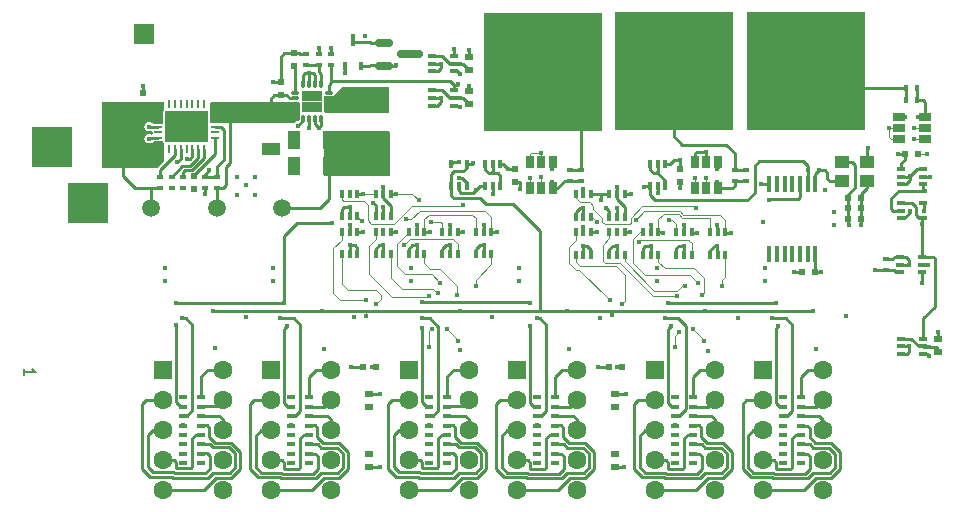
<source format=gbr>
G04 #@! TF.GenerationSoftware,KiCad,Pcbnew,8.0.1-rc1*
G04 #@! TF.CreationDate,2024-04-28T10:37:13-05:00*
G04 #@! TF.ProjectId,Stopwatch,53746f70-7761-4746-9368-2e6b69636164,rev?*
G04 #@! TF.SameCoordinates,Original*
G04 #@! TF.FileFunction,Copper,L1,Top*
G04 #@! TF.FilePolarity,Positive*
%FSLAX46Y46*%
G04 Gerber Fmt 4.6, Leading zero omitted, Abs format (unit mm)*
G04 Created by KiCad (PCBNEW 8.0.1-rc1) date 2024-04-28 10:37:13*
%MOMM*%
%LPD*%
G01*
G04 APERTURE LIST*
G04 Aperture macros list*
%AMRoundRect*
0 Rectangle with rounded corners*
0 $1 Rounding radius*
0 $2 $3 $4 $5 $6 $7 $8 $9 X,Y pos of 4 corners*
0 Add a 4 corners polygon primitive as box body*
4,1,4,$2,$3,$4,$5,$6,$7,$8,$9,$2,$3,0*
0 Add four circle primitives for the rounded corners*
1,1,$1+$1,$2,$3*
1,1,$1+$1,$4,$5*
1,1,$1+$1,$6,$7*
1,1,$1+$1,$8,$9*
0 Add four rect primitives between the rounded corners*
20,1,$1+$1,$2,$3,$4,$5,0*
20,1,$1+$1,$4,$5,$6,$7,0*
20,1,$1+$1,$6,$7,$8,$9,0*
20,1,$1+$1,$8,$9,$2,$3,0*%
G04 Aperture macros list end*
%ADD10C,0.150000*%
G04 #@! TA.AperFunction,NonConductor*
%ADD11C,0.150000*%
G04 #@! TD*
G04 #@! TA.AperFunction,SMDPad,CuDef*
%ADD12RoundRect,0.100000X-0.225000X-0.100000X0.225000X-0.100000X0.225000X0.100000X-0.225000X0.100000X0*%
G04 #@! TD*
G04 #@! TA.AperFunction,SMDPad,CuDef*
%ADD13R,10.000000X10.000000*%
G04 #@! TD*
G04 #@! TA.AperFunction,SMDPad,CuDef*
%ADD14R,1.000000X1.600000*%
G04 #@! TD*
G04 #@! TA.AperFunction,SMDPad,CuDef*
%ADD15R,0.650000X1.060000*%
G04 #@! TD*
G04 #@! TA.AperFunction,SMDPad,CuDef*
%ADD16RoundRect,0.100000X0.100000X-0.225000X0.100000X0.225000X-0.100000X0.225000X-0.100000X-0.225000X0*%
G04 #@! TD*
G04 #@! TA.AperFunction,SMDPad,CuDef*
%ADD17R,0.400000X0.600000*%
G04 #@! TD*
G04 #@! TA.AperFunction,SMDPad,CuDef*
%ADD18R,0.600000X0.500000*%
G04 #@! TD*
G04 #@! TA.AperFunction,SMDPad,CuDef*
%ADD19R,0.600000X0.400000*%
G04 #@! TD*
G04 #@! TA.AperFunction,SMDPad,CuDef*
%ADD20R,0.500000X0.600000*%
G04 #@! TD*
G04 #@! TA.AperFunction,SMDPad,CuDef*
%ADD21R,0.700000X0.600000*%
G04 #@! TD*
G04 #@! TA.AperFunction,ComponentPad*
%ADD22R,1.700000X1.700000*%
G04 #@! TD*
G04 #@! TA.AperFunction,ComponentPad*
%ADD23R,1.600000X1.600000*%
G04 #@! TD*
G04 #@! TA.AperFunction,ComponentPad*
%ADD24C,1.600000*%
G04 #@! TD*
G04 #@! TA.AperFunction,SMDPad,CuDef*
%ADD25RoundRect,0.150000X-0.587500X-0.150000X0.587500X-0.150000X0.587500X0.150000X-0.587500X0.150000X0*%
G04 #@! TD*
G04 #@! TA.AperFunction,SMDPad,CuDef*
%ADD26C,1.500000*%
G04 #@! TD*
G04 #@! TA.AperFunction,SMDPad,CuDef*
%ADD27R,1.060000X0.650000*%
G04 #@! TD*
G04 #@! TA.AperFunction,SMDPad,CuDef*
%ADD28R,0.760000X0.430000*%
G04 #@! TD*
G04 #@! TA.AperFunction,ComponentPad*
%ADD29R,3.500000X3.500000*%
G04 #@! TD*
G04 #@! TA.AperFunction,SMDPad,CuDef*
%ADD30RoundRect,0.100000X-0.100000X0.225000X-0.100000X-0.225000X0.100000X-0.225000X0.100000X0.225000X0*%
G04 #@! TD*
G04 #@! TA.AperFunction,SMDPad,CuDef*
%ADD31R,0.250000X0.700000*%
G04 #@! TD*
G04 #@! TA.AperFunction,SMDPad,CuDef*
%ADD32R,0.700000X0.250000*%
G04 #@! TD*
G04 #@! TA.AperFunction,SMDPad,CuDef*
%ADD33R,1.825000X1.325000*%
G04 #@! TD*
G04 #@! TA.AperFunction,SMDPad,CuDef*
%ADD34R,1.300000X1.100000*%
G04 #@! TD*
G04 #@! TA.AperFunction,SMDPad,CuDef*
%ADD35O,0.750000X0.300000*%
G04 #@! TD*
G04 #@! TA.AperFunction,SMDPad,CuDef*
%ADD36O,0.300000X0.750000*%
G04 #@! TD*
G04 #@! TA.AperFunction,SMDPad,CuDef*
%ADD37R,0.900000X0.900000*%
G04 #@! TD*
G04 #@! TA.AperFunction,SMDPad,CuDef*
%ADD38R,2.790000X1.903000*%
G04 #@! TD*
G04 #@! TA.AperFunction,SMDPad,CuDef*
%ADD39R,0.450000X1.450000*%
G04 #@! TD*
G04 #@! TA.AperFunction,SMDPad,CuDef*
%ADD40R,1.600000X1.000000*%
G04 #@! TD*
G04 #@! TA.AperFunction,SMDPad,CuDef*
%ADD41R,0.450000X0.700000*%
G04 #@! TD*
G04 #@! TA.AperFunction,ViaPad*
%ADD42C,0.450000*%
G04 #@! TD*
G04 #@! TA.AperFunction,Conductor*
%ADD43C,0.254000*%
G04 #@! TD*
G04 #@! TA.AperFunction,Conductor*
%ADD44C,0.088900*%
G04 #@! TD*
G04 #@! TA.AperFunction,Conductor*
%ADD45C,0.635000*%
G04 #@! TD*
G04 APERTURE END LIST*
D10*
D11*
X86109180Y-113611188D02*
X86109180Y-113039760D01*
X86109180Y-113325474D02*
X87109180Y-113325474D01*
X87109180Y-113325474D02*
X86966323Y-113230236D01*
X86966323Y-113230236D02*
X86871085Y-113134998D01*
X86871085Y-113134998D02*
X86823466Y-113039760D01*
D12*
X120639800Y-86585700D03*
X120639800Y-87235700D03*
X120639800Y-87885700D03*
X122539800Y-87885700D03*
X122539800Y-87235700D03*
X122539800Y-86585700D03*
D13*
X152308400Y-87880000D03*
D14*
X111976000Y-93722000D03*
X108976000Y-93722000D03*
D15*
X142941000Y-97772400D03*
X143891000Y-97772400D03*
X144841000Y-97772400D03*
X144841000Y-95572400D03*
X143891000Y-95572400D03*
X142941000Y-95572400D03*
D16*
X138516600Y-103413600D03*
X139166600Y-103413600D03*
X139816600Y-103413600D03*
X139816600Y-101513600D03*
X139166600Y-101513600D03*
X138516600Y-101513600D03*
D17*
X160824600Y-90267600D03*
X161724600Y-90267600D03*
D16*
X118717900Y-103362800D03*
X119367900Y-103362800D03*
X120017900Y-103362800D03*
X120017900Y-101462800D03*
X119367900Y-101462800D03*
X118717900Y-101462800D03*
D18*
X153112400Y-104851200D03*
X152012400Y-104851200D03*
D16*
X144192900Y-103413600D03*
X144842900Y-103413600D03*
X145492900Y-103413600D03*
X145492900Y-101513600D03*
X144842900Y-101513600D03*
X144192900Y-101513600D03*
D19*
X98612800Y-96857400D03*
X98612800Y-97757400D03*
D16*
X121549400Y-103362800D03*
X122199400Y-103362800D03*
X122849400Y-103362800D03*
X122849400Y-101462800D03*
X122199400Y-101462800D03*
X121549400Y-101462800D03*
D12*
X160340000Y-96136100D03*
X160340000Y-96786100D03*
X160340000Y-97436100D03*
X162240000Y-97436100D03*
X162240000Y-96786100D03*
X162240000Y-96136100D03*
D13*
X130032600Y-87905400D03*
D18*
X160724600Y-94915800D03*
X161824600Y-94915800D03*
D20*
X141630400Y-96122400D03*
X141630400Y-97222400D03*
D21*
X163525200Y-110575000D03*
X163525200Y-111675000D03*
D18*
X114816800Y-112877600D03*
X115916800Y-112877600D03*
D22*
X96269800Y-84705000D03*
D18*
X135619400Y-112877600D03*
X136719400Y-112877600D03*
D20*
X107885200Y-89877800D03*
X107885200Y-88777800D03*
D12*
X120650000Y-89491700D03*
X120650000Y-90141700D03*
X120650000Y-90791700D03*
X122550000Y-90791700D03*
X122550000Y-90141700D03*
X122550000Y-89491700D03*
D23*
X118681400Y-113192800D03*
D24*
X118681400Y-115732800D03*
X118681400Y-118272800D03*
X118681400Y-120812800D03*
X118681400Y-123352800D03*
X123761400Y-123352800D03*
X123761400Y-120812800D03*
X123761400Y-118272800D03*
X123761400Y-115732800D03*
X123761400Y-113192800D03*
D16*
X132839100Y-103413600D03*
X133489100Y-103413600D03*
X134139100Y-103413600D03*
X134139100Y-101513600D03*
X133489100Y-101513600D03*
X132839100Y-101513600D03*
D25*
X116574300Y-85482200D03*
X116574300Y-87382200D03*
X118449300Y-86432200D03*
D26*
X107934600Y-99487800D03*
D20*
X109002800Y-87439400D03*
X109002800Y-86339400D03*
D19*
X159131000Y-104691600D03*
X159131000Y-103791600D03*
D27*
X162374600Y-93605200D03*
X162374600Y-92655200D03*
X162374600Y-91705200D03*
X160174600Y-91705200D03*
X160174600Y-92655200D03*
X160174600Y-93605200D03*
D19*
X111060200Y-86439400D03*
X111060200Y-87339400D03*
D28*
X99620600Y-115463200D03*
X99620600Y-116263200D03*
X99620600Y-117063200D03*
X99620600Y-117863200D03*
X99620600Y-118663200D03*
X99620600Y-119463200D03*
X99620600Y-120263200D03*
X99620600Y-121063200D03*
X101140600Y-121063200D03*
X101140600Y-120263200D03*
X101140600Y-119463200D03*
X101140600Y-118663200D03*
X101140600Y-117863200D03*
X101140600Y-117063200D03*
X101140600Y-116263200D03*
X101140600Y-115463200D03*
D16*
X115885200Y-100137000D03*
X116535200Y-100137000D03*
X117185200Y-100137000D03*
X117185200Y-98237000D03*
X116535200Y-98237000D03*
X115885200Y-98237000D03*
X135683900Y-100187800D03*
X136333900Y-100187800D03*
X136983900Y-100187800D03*
X136983900Y-98287800D03*
X136333900Y-98287800D03*
X135683900Y-98287800D03*
D19*
X132318600Y-96218400D03*
X132318600Y-97118400D03*
D29*
X94498000Y-94306200D03*
X88498000Y-94306200D03*
X91498000Y-99006200D03*
D16*
X113040400Y-100137000D03*
X113690400Y-100137000D03*
X114340400Y-100137000D03*
X114340400Y-98237000D03*
X113690400Y-98237000D03*
X113040400Y-98237000D03*
D19*
X146278600Y-96222400D03*
X146278600Y-97122400D03*
D26*
X102422800Y-99487800D03*
D19*
X112127000Y-86439400D03*
X112127000Y-87339400D03*
D21*
X115366600Y-116273200D03*
X115366600Y-115173200D03*
X136194600Y-116273200D03*
X136194600Y-115173200D03*
X123835200Y-89566300D03*
X123835200Y-90666300D03*
D30*
X126456200Y-95722400D03*
X125806200Y-95722400D03*
X125156200Y-95722400D03*
X125156200Y-97622400D03*
X125806200Y-97622400D03*
X126456200Y-97622400D03*
D18*
X157014000Y-100368100D03*
X155914000Y-100368100D03*
D26*
X96885600Y-99487800D03*
D20*
X96189800Y-90821600D03*
X96189800Y-89721600D03*
D31*
X101382800Y-90653600D03*
X100882800Y-90653600D03*
X100382800Y-90653600D03*
X99882800Y-90653600D03*
X99382800Y-90653600D03*
X98882800Y-90653600D03*
X98382800Y-90653600D03*
D32*
X97482800Y-91553600D03*
X97482800Y-92053600D03*
X97482800Y-92553600D03*
X97482800Y-93053600D03*
X97482800Y-93553600D03*
D31*
X98382800Y-94453600D03*
X98882800Y-94453600D03*
X99382800Y-94453600D03*
X99882800Y-94453600D03*
X100382800Y-94453600D03*
X100882800Y-94453600D03*
X101382800Y-94453600D03*
D32*
X102282800Y-93553600D03*
X102282800Y-93053600D03*
X102282800Y-92553600D03*
X102282800Y-92053600D03*
X102282800Y-91553600D03*
D33*
X100795300Y-91891100D03*
X98970300Y-91891100D03*
X100795300Y-93216100D03*
X98970300Y-93216100D03*
D20*
X127670400Y-96118400D03*
X127670400Y-97218400D03*
D14*
X111976000Y-95906400D03*
X108976000Y-95906400D03*
D28*
X150420600Y-115463200D03*
X150420600Y-116263200D03*
X150420600Y-117063200D03*
X150420600Y-117863200D03*
X150420600Y-118663200D03*
X150420600Y-119463200D03*
X150420600Y-120263200D03*
X150420600Y-121063200D03*
X151940600Y-121063200D03*
X151940600Y-120263200D03*
X151940600Y-119463200D03*
X151940600Y-118663200D03*
X151940600Y-117863200D03*
X151940600Y-117063200D03*
X151940600Y-116263200D03*
X151940600Y-115463200D03*
D30*
X140426200Y-95722400D03*
X139776200Y-95722400D03*
X139126200Y-95722400D03*
X139126200Y-97622400D03*
X139776200Y-97622400D03*
X140426200Y-97622400D03*
D13*
X141132400Y-87880000D03*
D16*
X135683900Y-103413600D03*
X136333900Y-103413600D03*
X136983900Y-103413600D03*
X136983900Y-101513600D03*
X136333900Y-101513600D03*
X135683900Y-101513600D03*
D23*
X127825400Y-113192800D03*
D24*
X127825400Y-115732800D03*
X127825400Y-118272800D03*
X127825400Y-120812800D03*
X127825400Y-123352800D03*
X132905400Y-123352800D03*
X132905400Y-120812800D03*
X132905400Y-118272800D03*
X132905400Y-115732800D03*
X132905400Y-113192800D03*
D16*
X132839100Y-100187800D03*
X133489100Y-100187800D03*
X134139100Y-100187800D03*
X134139100Y-98287800D03*
X133489100Y-98287800D03*
X132839100Y-98287800D03*
X141348100Y-103413600D03*
X141998100Y-103413600D03*
X142648100Y-103413600D03*
X142648100Y-101513600D03*
X141998100Y-101513600D03*
X141348100Y-101513600D03*
X115885200Y-103362800D03*
X116535200Y-103362800D03*
X117185200Y-103362800D03*
X117185200Y-101462800D03*
X116535200Y-101462800D03*
X115885200Y-101462800D03*
D12*
X160340000Y-99031700D03*
X160340000Y-99681700D03*
X160340000Y-100331700D03*
X162240000Y-100331700D03*
X162240000Y-99031700D03*
D16*
X122286000Y-97622400D03*
X122936000Y-97622400D03*
X123586000Y-97622400D03*
X123586000Y-95722400D03*
X122286000Y-95722400D03*
D15*
X128981000Y-97768400D03*
X129931000Y-97768400D03*
X130881000Y-97768400D03*
X130881000Y-95568400D03*
X129931000Y-95568400D03*
X128981000Y-95568400D03*
D20*
X100517800Y-96757400D03*
X100517800Y-97857400D03*
D16*
X124394200Y-103362800D03*
X125044200Y-103362800D03*
X125694200Y-103362800D03*
X125694200Y-101462800D03*
X125044200Y-101462800D03*
X124394200Y-101462800D03*
D12*
X160289200Y-103591600D03*
X160289200Y-104241600D03*
X160289200Y-104891600D03*
X162189200Y-104891600D03*
X162189200Y-104241600D03*
X162189200Y-103591600D03*
D19*
X109993400Y-87339400D03*
X109993400Y-86439400D03*
D34*
X157518800Y-95529900D03*
X155418800Y-95529900D03*
X155418800Y-97179900D03*
X157518800Y-97179900D03*
D28*
X108764600Y-115463200D03*
X108764600Y-116263200D03*
X108764600Y-117063200D03*
X108764600Y-117863200D03*
X108764600Y-118663200D03*
X108764600Y-119463200D03*
X108764600Y-120263200D03*
X108764600Y-121063200D03*
X110284600Y-121063200D03*
X110284600Y-120263200D03*
X110284600Y-119463200D03*
X110284600Y-118663200D03*
X110284600Y-117863200D03*
X110284600Y-117063200D03*
X110284600Y-116263200D03*
X110284600Y-115463200D03*
D23*
X97853400Y-113192800D03*
D24*
X97853400Y-115732800D03*
X97853400Y-118272800D03*
X97853400Y-120812800D03*
X97853400Y-123352800D03*
X102933400Y-123352800D03*
X102933400Y-120812800D03*
X102933400Y-118272800D03*
X102933400Y-115732800D03*
X102933400Y-113192800D03*
D19*
X97647600Y-97757400D03*
X97647600Y-96857400D03*
D28*
X129592600Y-115463200D03*
X129592600Y-116263200D03*
X129592600Y-117063200D03*
X129592600Y-117863200D03*
X129592600Y-118663200D03*
X129592600Y-119463200D03*
X129592600Y-120263200D03*
X129592600Y-121063200D03*
X131112600Y-121063200D03*
X131112600Y-120263200D03*
X131112600Y-119463200D03*
X131112600Y-118663200D03*
X131112600Y-117863200D03*
X131112600Y-117063200D03*
X131112600Y-116263200D03*
X131112600Y-115463200D03*
D19*
X102422800Y-97757400D03*
X102422800Y-96857400D03*
D21*
X123825000Y-86660300D03*
X123825000Y-87760300D03*
D17*
X160824600Y-89302400D03*
X161724600Y-89302400D03*
D19*
X99578000Y-96857400D03*
X99578000Y-97757400D03*
D23*
X148653400Y-113192800D03*
D24*
X148653400Y-115732800D03*
X148653400Y-118272800D03*
X148653400Y-120812800D03*
X148653400Y-123352800D03*
X153733400Y-123352800D03*
X153733400Y-120812800D03*
X153733400Y-118272800D03*
X153733400Y-115732800D03*
X153733400Y-113192800D03*
D19*
X133283800Y-96218400D03*
X133283800Y-97118400D03*
D12*
X160340000Y-110500400D03*
X160340000Y-111150400D03*
X160340000Y-111800400D03*
X162240000Y-111800400D03*
X162240000Y-111150400D03*
X162240000Y-110500400D03*
D21*
X115366600Y-120253200D03*
X115366600Y-121353200D03*
D35*
X111976400Y-91170000D03*
X111976400Y-90670000D03*
X111976400Y-90170000D03*
X111976400Y-89670000D03*
D36*
X111251400Y-88945000D03*
X110751400Y-88945000D03*
X110251400Y-88945000D03*
X109751400Y-88945000D03*
D35*
X109026400Y-89670000D03*
X109026400Y-90170000D03*
X109026400Y-90670000D03*
X109026400Y-91170000D03*
D36*
X109751400Y-91895000D03*
X110251400Y-91895000D03*
X110751400Y-91895000D03*
X111251400Y-91895000D03*
D37*
X110951400Y-90870000D03*
X110951400Y-89970000D03*
X110051400Y-90870000D03*
X110051400Y-89970000D03*
D18*
X157014000Y-99479100D03*
X155914000Y-99479100D03*
D21*
X136194600Y-120253200D03*
X136194600Y-121353200D03*
D28*
X141276600Y-115463200D03*
X141276600Y-116263200D03*
X141276600Y-117063200D03*
X141276600Y-117863200D03*
X141276600Y-118663200D03*
X141276600Y-119463200D03*
X141276600Y-120263200D03*
X141276600Y-121063200D03*
X142796600Y-121063200D03*
X142796600Y-120263200D03*
X142796600Y-119463200D03*
X142796600Y-118663200D03*
X142796600Y-117863200D03*
X142796600Y-117063200D03*
X142796600Y-116263200D03*
X142796600Y-115463200D03*
D38*
X115620800Y-90258100D03*
X115620800Y-95111100D03*
D39*
X153115400Y-97426800D03*
X152465400Y-97426800D03*
X151815400Y-97426800D03*
X151165400Y-97426800D03*
X150515400Y-97426800D03*
X149865400Y-97426800D03*
X149215400Y-97426800D03*
X149215400Y-103326800D03*
X149865400Y-103326800D03*
X150515400Y-103326800D03*
X151165400Y-103326800D03*
X151815400Y-103326800D03*
X152465400Y-103326800D03*
X153115400Y-103326800D03*
D40*
X106996200Y-91485400D03*
X106996200Y-94485400D03*
D23*
X139509400Y-113192800D03*
D24*
X139509400Y-115732800D03*
X139509400Y-118272800D03*
X139509400Y-120812800D03*
X139509400Y-123352800D03*
X144589400Y-123352800D03*
X144589400Y-120812800D03*
X144589400Y-118272800D03*
X144589400Y-115732800D03*
X144589400Y-113192800D03*
D23*
X106997400Y-113192800D03*
D24*
X106997400Y-115732800D03*
X106997400Y-118272800D03*
X106997400Y-120812800D03*
X106997400Y-123352800D03*
X112077400Y-123352800D03*
X112077400Y-120812800D03*
X112077400Y-118272800D03*
X112077400Y-115732800D03*
X112077400Y-113192800D03*
D19*
X147243800Y-96222400D03*
X147243800Y-97122400D03*
D28*
X120448600Y-115463200D03*
X120448600Y-116263200D03*
X120448600Y-117063200D03*
X120448600Y-117863200D03*
X120448600Y-118663200D03*
X120448600Y-119463200D03*
X120448600Y-120263200D03*
X120448600Y-121063200D03*
X121968600Y-121063200D03*
X121968600Y-120263200D03*
X121968600Y-119463200D03*
X121968600Y-118663200D03*
X121968600Y-117863200D03*
X121968600Y-117063200D03*
X121968600Y-116263200D03*
X121968600Y-115463200D03*
D18*
X157014000Y-98590100D03*
X155914000Y-98590100D03*
D19*
X101457600Y-96857400D03*
X101457600Y-97757400D03*
D16*
X113040400Y-103362800D03*
X113690400Y-103362800D03*
X114340400Y-103362800D03*
X114340400Y-101462800D03*
X113690400Y-101462800D03*
X113040400Y-101462800D03*
D41*
X113330828Y-87432200D03*
X114630828Y-87432200D03*
X113980828Y-85432200D03*
D42*
X108940600Y-93726000D03*
X108940600Y-95910400D03*
X111785400Y-93726000D03*
X96850200Y-90855800D03*
X104876600Y-97510600D03*
X136321800Y-99432200D03*
X111074200Y-92633800D03*
X161112200Y-96774000D03*
X146608800Y-108737400D03*
X109993400Y-90982800D03*
X98039610Y-104513000D03*
X119380000Y-102607200D03*
X139192000Y-102632600D03*
X153136600Y-111368000D03*
X148539200Y-97409000D03*
X155930600Y-100926900D03*
X102285800Y-111334600D03*
X121412000Y-87223600D03*
X161112200Y-99720400D03*
X111506000Y-111360000D03*
X114096800Y-108712000D03*
X141630400Y-97790000D03*
X153898600Y-97891600D03*
X115544600Y-112877600D03*
X104114600Y-98323400D03*
X114985800Y-84861400D03*
X118867610Y-104513000D03*
X136347200Y-112877600D03*
X125044200Y-102607200D03*
X161493200Y-92659200D03*
X96189800Y-89154000D03*
X139695610Y-104538400D03*
X107238800Y-88773000D03*
X162610800Y-94894400D03*
X108940600Y-94244000D03*
X117652800Y-87376000D03*
X108940600Y-93228000D03*
X108940600Y-96428400D03*
X141986000Y-102632600D03*
X110261400Y-88036400D03*
X121412000Y-90144600D03*
X148666200Y-100634800D03*
X151282400Y-104851200D03*
X125776410Y-108686600D03*
X105638600Y-96799400D03*
X122936000Y-96875600D03*
X144018000Y-111556800D03*
X123063000Y-111506000D03*
X105638600Y-98323400D03*
X104948410Y-108712000D03*
X144830800Y-102632600D03*
X161036000Y-104241600D03*
X125806200Y-96494600D03*
X161086800Y-111150400D03*
X99949000Y-95275400D03*
X129921000Y-96824800D03*
X122199400Y-102607200D03*
X154660600Y-100914200D03*
X106984800Y-94564200D03*
X128143000Y-97815400D03*
X133477000Y-102632600D03*
X128011610Y-104538400D03*
X133477000Y-99432200D03*
X113690400Y-99364800D03*
X107183610Y-104538400D03*
X101447600Y-98298000D03*
X104114600Y-96799400D03*
X106486800Y-94564200D03*
X148844000Y-104546400D03*
X139776200Y-96494600D03*
X107502800Y-94564200D03*
X109993400Y-89966800D03*
X155748410Y-108581300D03*
X111009400Y-90982800D03*
X116535200Y-102607200D03*
X136321800Y-102632600D03*
X108940600Y-95412400D03*
X143887000Y-96901000D03*
X116535200Y-99356000D03*
X113690400Y-102607200D03*
X111009400Y-89966800D03*
X134924800Y-108737400D03*
X132257800Y-111360000D03*
X104368600Y-90834400D03*
X104876600Y-91287600D03*
X104368600Y-91850400D03*
X105384600Y-91850400D03*
X105384600Y-90834400D03*
X99085400Y-95554800D03*
X98612800Y-97757400D03*
X98831400Y-91973400D03*
X100863400Y-92989400D03*
X100355400Y-92481400D03*
X99847400Y-91973400D03*
X99847400Y-92989400D03*
X100517800Y-97857400D03*
X100863400Y-91973400D03*
X99578000Y-97757400D03*
X99339400Y-92481400D03*
X98831400Y-92989400D03*
X130845400Y-96118400D03*
X130845400Y-97218400D03*
X144805400Y-96122400D03*
X144805400Y-97222400D03*
X160724600Y-91740800D03*
X161824600Y-91740800D03*
X127076200Y-96113600D03*
X141630400Y-95402400D03*
X160121600Y-94894400D03*
X113792000Y-112877600D03*
X112293400Y-93726000D03*
X162839400Y-96799400D03*
X141986000Y-100905400D03*
X116535200Y-101462800D03*
X112293400Y-95910400D03*
X116281200Y-115163600D03*
X136333900Y-101513600D03*
X136931400Y-121360400D03*
X123037600Y-87249000D03*
X125806200Y-98272600D03*
X119380000Y-100880000D03*
X148844000Y-105638600D03*
X122936000Y-95580200D03*
X156997400Y-100926900D03*
X143891000Y-94742000D03*
X111074200Y-85902800D03*
X112293400Y-96428400D03*
X144830800Y-100905400D03*
X123037600Y-90119200D03*
X154660600Y-99822000D03*
X139695610Y-105630600D03*
X98039610Y-105605200D03*
X113690400Y-100880000D03*
X118867610Y-105605200D03*
X113690400Y-98237000D03*
X125044200Y-100880000D03*
X162687000Y-104241600D03*
X119532400Y-86436200D03*
X112115600Y-85902800D03*
X162356800Y-99695000D03*
X153619200Y-104851200D03*
X112293400Y-94244000D03*
X112293400Y-93228000D03*
X116535200Y-97628800D03*
X111785400Y-94244000D03*
X107183610Y-105630600D03*
X110236000Y-92659200D03*
X111785400Y-95412400D03*
X139192000Y-100905400D03*
X111785400Y-95910400D03*
X159334200Y-92659200D03*
X112293400Y-95412400D03*
X111785400Y-96428400D03*
X122199400Y-100880000D03*
X139776200Y-98145600D03*
X133477000Y-101066600D03*
X133477000Y-97840800D03*
X128011610Y-105630600D03*
X162763200Y-111175800D03*
X137083800Y-115162800D03*
X116230400Y-121361200D03*
X129921000Y-94792800D03*
X134696200Y-112877600D03*
X136321800Y-97705000D03*
X111785400Y-93228000D03*
X136199100Y-116172400D03*
X136199100Y-120352400D03*
X115366600Y-116173200D03*
X115366600Y-120353200D03*
X101803200Y-96266000D03*
X122529600Y-86004400D03*
X157556200Y-94386400D03*
X122885200Y-88925400D03*
X153390600Y-96266000D03*
X108127800Y-107467400D03*
X138607800Y-97637600D03*
X135407400Y-99466400D03*
X115697000Y-98983800D03*
X112191800Y-100685600D03*
X98983800Y-107467400D03*
X152476200Y-96266000D03*
X149225000Y-98755200D03*
X113334800Y-88011000D03*
X109296200Y-92481400D03*
X113969800Y-84861400D03*
X162179000Y-105816400D03*
X96723200Y-92557600D03*
X96723200Y-93573600D03*
X158165800Y-104698800D03*
X128991200Y-96901000D03*
X142947200Y-96875600D03*
X161467800Y-93599000D03*
X162179000Y-100787200D03*
X149783800Y-107467400D03*
X140639800Y-107467400D03*
X137490200Y-98272600D03*
X119532400Y-98780600D03*
X119811800Y-107442000D03*
X128955800Y-107467400D03*
X117627400Y-98247200D03*
X132130800Y-108127800D03*
X123012200Y-108127800D03*
X111328200Y-108127800D03*
X152958800Y-108127800D03*
X124155200Y-95605600D03*
X115062000Y-108559600D03*
X135864600Y-108483400D03*
X102082600Y-108127800D03*
X143814800Y-108127800D03*
X150420600Y-115463200D03*
X149987000Y-109423200D03*
X149479000Y-108788200D03*
X150420600Y-117863200D03*
X150420600Y-118663200D03*
X150420600Y-119463200D03*
X150418800Y-120269000D03*
X141272210Y-115455200D03*
X142062200Y-106019600D03*
X141596855Y-109948455D03*
X141256610Y-111220400D03*
X140919200Y-109415200D03*
X135712200Y-107264200D03*
X141376400Y-106908600D03*
X140385800Y-108780200D03*
X136779000Y-107543600D03*
X141272210Y-117855200D03*
X143164200Y-105791000D03*
X141272210Y-118655200D03*
X141272210Y-119455200D03*
X143510000Y-106832400D03*
X145196200Y-106070400D03*
X141270410Y-120261000D03*
X142732400Y-109728000D03*
X143668410Y-110684600D03*
X129588210Y-115455200D03*
X128951410Y-109415200D03*
X129590800Y-108780200D03*
X129588210Y-117855200D03*
X129588210Y-118655200D03*
X129588210Y-119455200D03*
X129586410Y-120261000D03*
X120444210Y-111220400D03*
X120444210Y-115429800D03*
X121208800Y-106629200D03*
X120624600Y-109702600D03*
X115036600Y-107264200D03*
X119810210Y-109601000D03*
X120421400Y-106883200D03*
X119807410Y-108754800D03*
X115900200Y-107594400D03*
X120444210Y-117829800D03*
X121361200Y-105765600D03*
X120444210Y-118629800D03*
X120444210Y-119429800D03*
X122809000Y-106832400D03*
X122856010Y-110684600D03*
X121920000Y-109728000D03*
X124383800Y-106070400D03*
X120442410Y-120235600D03*
X108760210Y-115455200D03*
X108381800Y-109415200D03*
X107772200Y-108780200D03*
X108760210Y-117855200D03*
X108760210Y-118655200D03*
X108760210Y-119455200D03*
X108758410Y-120261000D03*
X99616210Y-115429800D03*
X98979410Y-109389800D03*
X99466400Y-108754800D03*
X99616210Y-117829800D03*
X99616210Y-118629800D03*
X99616210Y-119429800D03*
X99614410Y-120235600D03*
X123825000Y-89077800D03*
X123825000Y-86055200D03*
X163525200Y-109956600D03*
X123037600Y-90932000D03*
X123037600Y-88112600D03*
X162737800Y-111988600D03*
X124383800Y-97942400D03*
X162407600Y-98018600D03*
X134594600Y-101498400D03*
X140741400Y-100456950D03*
X137464800Y-101498400D03*
X138176000Y-102336600D03*
X140233400Y-101523800D03*
X143078200Y-101549200D03*
X143027400Y-99415600D03*
X145948400Y-101523800D03*
X134620000Y-100634800D03*
X137922000Y-100457000D03*
X134975600Y-98780600D03*
X120599200Y-100660200D03*
X114782600Y-101473000D03*
X118287800Y-102565200D03*
X117652800Y-101447600D03*
X120472200Y-101473000D03*
X123291600Y-101473000D03*
X123291600Y-99161600D03*
X126136400Y-101473000D03*
X114731800Y-100584000D03*
X118465600Y-100380800D03*
X114782600Y-98221800D03*
D43*
X99919210Y-117029800D02*
X99616210Y-117029800D01*
X100376410Y-109313600D02*
X100376410Y-116572600D01*
X100376410Y-116572600D02*
X99919210Y-117029800D01*
X99817610Y-108754800D02*
X100376410Y-109313600D01*
X99466400Y-108754800D02*
X99817610Y-108754800D01*
X108457210Y-116255200D02*
X108760210Y-116255200D01*
X108126210Y-115924200D02*
X108457210Y-116255200D01*
X108126210Y-109670790D02*
X108126210Y-115924200D01*
X108381800Y-109415200D02*
X108126210Y-109670790D01*
X109520410Y-116598000D02*
X109063210Y-117055200D01*
X109520410Y-109339000D02*
X109520410Y-116598000D01*
X108961610Y-108780200D02*
X109520410Y-109339000D01*
X107772200Y-108780200D02*
X108961610Y-108780200D01*
X109063210Y-117055200D02*
X108760210Y-117055200D01*
X129891210Y-117055200D02*
X129588210Y-117055200D01*
X130348410Y-109339000D02*
X130348410Y-116598000D01*
X130348410Y-116598000D02*
X129891210Y-117055200D01*
X129789610Y-108780200D02*
X130348410Y-109339000D01*
X129590800Y-108780200D02*
X129789610Y-108780200D01*
X141575210Y-117055200D02*
X141272210Y-117055200D01*
X142163800Y-116466610D02*
X141575210Y-117055200D01*
X141473610Y-108780200D02*
X142163800Y-109470390D01*
X142163800Y-109470390D02*
X142163800Y-116466610D01*
X140385800Y-108780200D02*
X141473610Y-108780200D01*
X140638210Y-115924200D02*
X140969210Y-116255200D01*
X140638210Y-109696190D02*
X140638210Y-115924200D01*
X140969210Y-116255200D02*
X141272210Y-116255200D01*
X140919200Y-109415200D02*
X140638210Y-109696190D01*
X149786600Y-115932200D02*
X150117600Y-116263200D01*
X149786600Y-109623600D02*
X149786600Y-115932200D01*
X150117600Y-116263200D02*
X150420600Y-116263200D01*
X149987000Y-109423200D02*
X149786600Y-109623600D01*
X151180800Y-109347000D02*
X151180800Y-116606000D01*
X150723600Y-117063200D02*
X150420600Y-117063200D01*
X151180800Y-116606000D02*
X150723600Y-117063200D01*
X150622000Y-108788200D02*
X151180800Y-109347000D01*
X149479000Y-108788200D02*
X150622000Y-108788200D01*
X154101800Y-96951800D02*
X154329900Y-97179900D01*
X153390600Y-96266000D02*
X153924000Y-96266000D01*
X154101800Y-96443800D02*
X154101800Y-96951800D01*
X153115400Y-96541200D02*
X153115400Y-97426800D01*
X153390600Y-96266000D02*
X153115400Y-96541200D01*
X153924000Y-96266000D02*
X154101800Y-96443800D01*
X154329900Y-97179900D02*
X155418800Y-97179900D01*
X96885600Y-97767400D02*
X96875600Y-97757400D01*
X96875600Y-97757400D02*
X95496800Y-97757400D01*
X96885600Y-99487800D02*
X96885600Y-97767400D01*
X95496800Y-97757400D02*
X94498000Y-96758600D01*
X94498000Y-96758600D02*
X94498000Y-94306200D01*
X97647600Y-97757400D02*
X96875600Y-97757400D01*
X136347200Y-112877600D02*
X136719400Y-112877600D01*
X114340400Y-103362800D02*
X114340400Y-102808800D01*
X124722800Y-102607200D02*
X125044200Y-102607200D01*
X161036000Y-103860600D02*
X161036000Y-104241600D01*
X128143000Y-97815400D02*
X128143000Y-97256600D01*
X156464000Y-95796100D02*
X156197800Y-95529900D01*
X121412000Y-90474800D02*
X121412000Y-90144600D01*
D44*
X129931000Y-96834800D02*
X129921000Y-96824800D01*
D43*
X101457600Y-97757400D02*
X101457600Y-98288000D01*
X156197800Y-95529900D02*
X155418800Y-95529900D01*
X149215400Y-97426800D02*
X148557000Y-97426800D01*
X155914000Y-100910300D02*
X155930600Y-100926900D01*
X110751400Y-88170800D02*
X110617000Y-88036400D01*
X116535200Y-103379400D02*
X116535200Y-102607200D01*
X109905800Y-88036400D02*
X110261400Y-88036400D01*
X115885200Y-102885000D02*
X116163000Y-102607200D01*
X141563000Y-102632600D02*
X141986000Y-102632600D01*
X114138800Y-102607200D02*
X113690400Y-102607200D01*
X124394200Y-102935800D02*
X124722800Y-102607200D01*
X121852600Y-102607200D02*
X122199400Y-102607200D01*
X135949600Y-102632600D02*
X136321800Y-102632600D01*
X161750100Y-96136100D02*
X161112200Y-96774000D01*
X109502600Y-86439400D02*
X109402600Y-86339400D01*
X126212600Y-96494600D02*
X125806200Y-96494600D01*
X141348100Y-102847500D02*
X141563000Y-102632600D01*
X113040400Y-100137000D02*
X113040400Y-99557600D01*
X118717900Y-103362800D02*
X118717900Y-102897100D01*
X125156200Y-96200200D02*
X125450600Y-96494600D01*
X121549400Y-103362800D02*
X121549400Y-102910400D01*
X114630828Y-87432200D02*
X115386800Y-87432200D01*
X114340400Y-102808800D02*
X114138800Y-102607200D01*
X109993400Y-86439400D02*
X109502600Y-86439400D01*
X139126200Y-95722400D02*
X139126200Y-96200200D01*
X107885200Y-88777800D02*
X107243600Y-88777800D01*
X111251400Y-92456600D02*
X111251400Y-91895000D01*
X160289200Y-103591600D02*
X159831800Y-103591600D01*
X160894000Y-111800400D02*
X161086800Y-111607600D01*
X124394200Y-103362800D02*
X124394200Y-102935800D01*
X126456200Y-96738200D02*
X126212600Y-96494600D01*
X160340000Y-111150400D02*
X161086800Y-111150400D01*
X162240000Y-96136100D02*
X161750100Y-96136100D01*
X160767000Y-103591600D02*
X161036000Y-103860600D01*
X107885200Y-88777800D02*
X107885200Y-86628000D01*
X119380000Y-103379400D02*
X119380000Y-102607200D01*
X121412000Y-87604600D02*
X121412000Y-87223600D01*
X136321800Y-100204400D02*
X136321800Y-99432200D01*
X121399900Y-87235700D02*
X121412000Y-87223600D01*
X110751400Y-92311000D02*
X110751400Y-91895000D01*
X108173800Y-86339400D02*
X109002800Y-86339400D01*
X121130900Y-87885700D02*
X121412000Y-87604600D01*
X120639800Y-87235700D02*
X121399900Y-87235700D01*
D44*
X143891000Y-96905000D02*
X143891000Y-97772400D01*
D43*
X116568100Y-87376000D02*
X116574300Y-87382200D01*
X120650000Y-90141700D02*
X121409100Y-90141700D01*
X161086800Y-111607600D02*
X161086800Y-111150400D01*
X136321800Y-103404800D02*
X136321800Y-102632600D01*
X101457600Y-98288000D02*
X101447600Y-98298000D01*
X96189800Y-89721600D02*
X96189800Y-89154000D01*
X139192000Y-103404800D02*
X139192000Y-102632600D01*
X160340000Y-111800400D02*
X160894000Y-111800400D01*
X125450600Y-96494600D02*
X125806200Y-96494600D01*
X160780300Y-97436100D02*
X161112200Y-97104200D01*
X113690400Y-103379400D02*
X113690400Y-102607200D01*
X111074200Y-92633800D02*
X111251400Y-92456600D01*
X121549400Y-102910400D02*
X121852600Y-102607200D01*
X125806200Y-95722400D02*
X125806200Y-96494600D01*
X110251400Y-88046400D02*
X110261400Y-88036400D01*
X140426200Y-97144600D02*
X139776200Y-96494600D01*
X115443000Y-87376000D02*
X116568100Y-87376000D01*
X133477000Y-100204400D02*
X133477000Y-99432200D01*
X109751400Y-88945000D02*
X109751400Y-88190800D01*
X134139100Y-102973300D02*
X133798400Y-102632600D01*
X133477000Y-103404800D02*
X133477000Y-102632600D01*
X125156200Y-95722400D02*
X125156200Y-96200200D01*
X126456200Y-97622400D02*
X126456200Y-96738200D01*
X139126200Y-96200200D02*
X139420600Y-96494600D01*
X121095100Y-90791700D02*
X121412000Y-90474800D01*
X138718200Y-102632600D02*
X139192000Y-102632600D01*
X116535200Y-100128200D02*
X116535200Y-99356000D01*
X161112200Y-97104200D02*
X161112200Y-96774000D01*
X155914000Y-100368100D02*
X155914000Y-100910300D01*
X134139100Y-103413600D02*
X134139100Y-102973300D01*
X116163000Y-102607200D02*
X116535200Y-102607200D01*
X160340000Y-96786100D02*
X161100100Y-96786100D01*
X132839100Y-99774100D02*
X133181000Y-99432200D01*
X123586000Y-97297401D02*
X123164199Y-96875600D01*
X119007800Y-102607200D02*
X119380000Y-102607200D01*
X138516600Y-102834200D02*
X138718200Y-102632600D01*
X107243600Y-88777800D02*
X107238800Y-88773000D01*
X161112200Y-99884499D02*
X161112200Y-99720400D01*
X160340000Y-97436100D02*
X160780300Y-97436100D01*
X115916800Y-112877600D02*
X115544600Y-112877600D01*
X135683900Y-102898300D02*
X135949600Y-102632600D01*
X144192900Y-103413600D02*
X144192900Y-103025300D01*
X144585600Y-102632600D02*
X144830800Y-102632600D01*
X138516600Y-103413600D02*
X138516600Y-102834200D01*
X116574300Y-87382200D02*
X117646600Y-87382200D01*
D44*
X129931000Y-97768400D02*
X129931000Y-96834800D01*
D43*
X159831800Y-103591600D02*
X159631800Y-103791600D01*
X161100100Y-96786100D02*
X161112200Y-96774000D01*
D44*
X127670400Y-97218400D02*
X127825400Y-97218400D01*
D43*
X118717900Y-102897100D02*
X119007800Y-102607200D01*
X117646600Y-87382200D02*
X117652800Y-87376000D01*
X123586000Y-97622400D02*
X123586000Y-97297401D01*
X110751400Y-88945000D02*
X110751400Y-88170800D01*
X140426200Y-97622400D02*
X140426200Y-97144600D01*
X109402600Y-86339400D02*
X109002800Y-86339400D01*
D44*
X162589400Y-94915800D02*
X161824600Y-94915800D01*
D43*
X160664999Y-100331700D02*
X161112200Y-99884499D01*
D44*
X161493200Y-92659200D02*
X161497200Y-92655200D01*
D43*
X111074200Y-92633800D02*
X110751400Y-92311000D01*
X155914000Y-100368100D02*
X155914000Y-98590100D01*
X139776200Y-96494600D02*
X139776200Y-95722400D01*
X141986000Y-103404800D02*
X141986000Y-102632600D01*
X141630400Y-97222400D02*
X141630400Y-97790000D01*
X160289200Y-104241600D02*
X161036000Y-104241600D01*
X120639800Y-87885700D02*
X121130900Y-87885700D01*
D44*
X143887000Y-96901000D02*
X143891000Y-96905000D01*
D43*
X133798400Y-102632600D02*
X133477000Y-102632600D01*
X160289200Y-103591600D02*
X160767000Y-103591600D01*
X156464000Y-97751900D02*
X156464000Y-95796100D01*
X100382800Y-95057600D02*
X100382800Y-94453600D01*
X100165000Y-95275400D02*
X100382800Y-95057600D01*
X122199400Y-103379400D02*
X122199400Y-102607200D01*
X155914000Y-98301900D02*
X156464000Y-97751900D01*
X113233200Y-99364800D02*
X113690400Y-99364800D01*
X115885200Y-103362800D02*
X115885200Y-102885000D01*
X160340000Y-100331700D02*
X160664999Y-100331700D01*
X107885200Y-86628000D02*
X108173800Y-86339400D01*
X128104800Y-97218400D02*
X127825400Y-97218400D01*
X113040400Y-99557600D02*
X113233200Y-99364800D01*
X99949000Y-95275400D02*
X100165000Y-95275400D01*
X155914000Y-98590100D02*
X155914000Y-98301900D01*
X152012400Y-104851200D02*
X151282400Y-104851200D01*
X144830800Y-103404800D02*
X144830800Y-102632600D01*
X135683900Y-103413600D02*
X135683900Y-102898300D01*
D44*
X162610800Y-94894400D02*
X162589400Y-94915800D01*
D43*
X110617000Y-88036400D02*
X110261400Y-88036400D01*
X159631800Y-103791600D02*
X159131000Y-103791600D01*
X128143000Y-97256600D02*
X128104800Y-97218400D01*
X148557000Y-97426800D02*
X148539200Y-97409000D01*
X120650000Y-90791700D02*
X121095100Y-90791700D01*
X110251400Y-88945000D02*
X110251400Y-88046400D01*
X121409100Y-90141700D02*
X121412000Y-90144600D01*
X125044200Y-103379400D02*
X125044200Y-102607200D01*
D44*
X161497200Y-92655200D02*
X162374600Y-92655200D01*
D43*
X141348100Y-103413600D02*
X141348100Y-102847500D01*
X123164199Y-96875600D02*
X122936000Y-96875600D01*
X144192900Y-103025300D02*
X144585600Y-102632600D01*
X132839100Y-100187800D02*
X132839100Y-99774100D01*
X109751400Y-88190800D02*
X109905800Y-88036400D01*
X139420600Y-96494600D02*
X139776200Y-96494600D01*
X115386800Y-87432200D02*
X115443000Y-87376000D01*
X113690400Y-100137000D02*
X113690400Y-99364800D01*
X133181000Y-99432200D02*
X133477000Y-99432200D01*
X100517800Y-96757400D02*
X100517800Y-96622432D01*
X102282800Y-94857432D02*
X102282800Y-93553600D01*
X100517800Y-96622432D02*
X102282800Y-94857432D01*
X108318200Y-89877800D02*
X107885200Y-89877800D01*
X103004200Y-97757400D02*
X103251000Y-97510600D01*
X102422800Y-97757400D02*
X102422800Y-99487800D01*
X109026400Y-90170000D02*
X108610400Y-90170000D01*
X108610400Y-90170000D02*
X108318200Y-89877800D01*
X102422800Y-97757400D02*
X103004200Y-97757400D01*
X107885200Y-89877800D02*
X107302400Y-89877800D01*
X106996200Y-90184000D02*
X106996200Y-91485400D01*
X103251000Y-97510600D02*
X103251000Y-95935800D01*
X107302400Y-89877800D02*
X106996200Y-90184000D01*
X103581200Y-95605600D02*
X103581200Y-91871800D01*
X103251000Y-95935800D02*
X103581200Y-95605600D01*
X103581200Y-91871800D02*
X103263000Y-91553600D01*
X103263000Y-91553600D02*
X102282800Y-91553600D01*
X99382800Y-95257400D02*
X99382800Y-94453600D01*
X99085400Y-95554800D02*
X99382800Y-95257400D01*
X109026400Y-89670000D02*
X109026400Y-87463000D01*
X109026400Y-87463000D02*
X109002800Y-87439400D01*
D44*
X130881000Y-96082800D02*
X130881000Y-95568400D01*
X130845400Y-96118400D02*
X130881000Y-96082800D01*
D43*
X130881000Y-97768400D02*
X131238000Y-97768400D01*
X132318600Y-97118400D02*
X133283800Y-97118400D01*
X131238000Y-97768400D02*
X131888000Y-97118400D01*
D44*
X130881000Y-97768400D02*
X130881000Y-97254000D01*
D43*
X131888000Y-97118400D02*
X132318600Y-97118400D01*
D44*
X130881000Y-97254000D02*
X130845400Y-97218400D01*
D43*
X144841000Y-96086800D02*
X144805400Y-96122400D01*
X144841000Y-95572400D02*
X144841000Y-96086800D01*
X146278600Y-97122400D02*
X147243800Y-97122400D01*
X146278600Y-97547400D02*
X146278600Y-97122400D01*
X146053600Y-97772400D02*
X146278600Y-97547400D01*
X144841000Y-97772400D02*
X146053600Y-97772400D01*
X144841000Y-97258000D02*
X144805400Y-97222400D01*
X144841000Y-97772400D02*
X144841000Y-97258000D01*
X160174600Y-91705200D02*
X160689000Y-91705200D01*
X160689000Y-91705200D02*
X160724600Y-91740800D01*
X162200400Y-90267600D02*
X161724600Y-90267600D01*
X161724600Y-90267600D02*
X161724600Y-89302400D01*
X162374600Y-91705200D02*
X161860200Y-91705200D01*
X162374600Y-90441800D02*
X162200400Y-90267600D01*
X162374600Y-91705200D02*
X162374600Y-90441800D01*
X161860200Y-91705200D02*
X161824600Y-91740800D01*
X126456200Y-95722400D02*
X126685000Y-95722400D01*
X126685000Y-95722400D02*
X127076200Y-96113600D01*
X127670400Y-96118400D02*
X127081000Y-96118400D01*
X127081000Y-96118400D02*
X127076200Y-96113600D01*
X141630400Y-96122400D02*
X141630400Y-95402400D01*
X140426200Y-95722400D02*
X140827800Y-95722400D01*
X141147800Y-95402400D02*
X141630400Y-95402400D01*
X140827800Y-95722400D02*
X141147800Y-95402400D01*
X160340000Y-96136100D02*
X160340000Y-95692000D01*
X160340000Y-95692000D02*
X160724600Y-95307400D01*
X160724600Y-94915800D02*
X160143000Y-94915800D01*
X160724600Y-95307400D02*
X160724600Y-94915800D01*
X160143000Y-94915800D02*
X160121600Y-94894400D01*
X143891000Y-95572400D02*
X143891000Y-94742000D01*
X121521100Y-89491700D02*
X122171100Y-90141700D01*
X157014000Y-98590100D02*
X157014000Y-100368100D01*
X116230400Y-121361200D02*
X116222400Y-121353200D01*
X123835200Y-90666300D02*
X123288100Y-90119200D01*
X142941000Y-95572400D02*
X142941000Y-94853800D01*
X123037600Y-87249000D02*
X123313700Y-87249000D01*
X162356800Y-99695000D02*
X162356800Y-99148500D01*
X111154400Y-99487800D02*
X111976000Y-98666200D01*
X133477000Y-101504800D02*
X133477000Y-101066600D01*
X136983900Y-99341100D02*
X136333900Y-98691100D01*
X117185200Y-100137000D02*
X117185200Y-99255052D01*
X157014000Y-100368100D02*
X157014000Y-100910300D01*
X160340000Y-110500400D02*
X161224200Y-110500400D01*
X113792000Y-112877600D02*
X114816800Y-112877600D01*
X120650000Y-89491700D02*
X121521100Y-89491700D01*
X157014000Y-98590100D02*
X157014000Y-98268700D01*
X125044200Y-101479400D02*
X125044200Y-100880000D01*
X157014000Y-98268700D02*
X157518800Y-97763900D01*
X143052800Y-94742000D02*
X143891000Y-94742000D01*
X161874200Y-111150400D02*
X162240000Y-111150400D01*
X161224200Y-110500400D02*
X161874200Y-111150400D01*
D44*
X159492800Y-93605200D02*
X159334200Y-93446600D01*
D43*
X122428200Y-95580200D02*
X122286000Y-95722400D01*
X153115400Y-103326800D02*
X153115400Y-104848200D01*
D44*
X128981000Y-94894800D02*
X129083000Y-94792800D01*
D43*
X123037600Y-90119200D02*
X122572500Y-90119200D01*
X110251400Y-91895000D02*
X110251400Y-92643800D01*
X123037600Y-87249000D02*
X122553100Y-87249000D01*
X162788600Y-111201200D02*
X162763200Y-111175800D01*
D45*
X118453300Y-86436200D02*
X118449300Y-86432200D01*
D43*
X122572500Y-90119200D02*
X122550000Y-90141700D01*
X116222400Y-121353200D02*
X115366600Y-121353200D01*
X123313700Y-87249000D02*
X123825000Y-87760300D01*
X122936000Y-95580200D02*
X122428200Y-95580200D01*
X111060200Y-85916800D02*
X111074200Y-85902800D01*
X136333900Y-98691100D02*
X136333900Y-98287800D01*
D44*
X129931000Y-95568400D02*
X129931000Y-94802800D01*
D43*
X125806200Y-97622400D02*
X125806200Y-98272600D01*
X117185200Y-99255052D02*
X116535200Y-98605052D01*
X116535200Y-98228200D02*
X116535200Y-97628800D01*
X139192000Y-101504800D02*
X139192000Y-100905400D01*
X162265400Y-111175800D02*
X162240000Y-111150400D01*
X141986000Y-101504800D02*
X141986000Y-100905400D01*
D45*
X119532400Y-86436200D02*
X118453300Y-86436200D01*
D43*
X121525048Y-86585700D02*
X122175048Y-87235700D01*
X122553100Y-87249000D02*
X122539800Y-87235700D01*
X157518800Y-97763900D02*
X157518800Y-97179900D01*
X123288100Y-90119200D02*
X123037600Y-90119200D01*
X136931400Y-121360400D02*
X136923400Y-121352400D01*
X111060200Y-86439400D02*
X111060200Y-85916800D01*
D44*
X159338200Y-92655200D02*
X159334200Y-92659200D01*
X128981000Y-95568400D02*
X128981000Y-94894800D01*
D43*
X162240000Y-96786100D02*
X162826100Y-96786100D01*
X153112400Y-104851200D02*
X153619200Y-104851200D01*
X111976000Y-98666200D02*
X111976000Y-95906400D01*
X162826100Y-96786100D02*
X162839400Y-96799400D01*
X139776200Y-97622400D02*
X139776200Y-98145600D01*
X133477000Y-98304400D02*
X133477000Y-97840800D01*
D44*
X129083000Y-94792800D02*
X129921000Y-94792800D01*
X160174600Y-93605200D02*
X159492800Y-93605200D01*
D43*
X136321800Y-98304400D02*
X136321800Y-97705000D01*
X112127000Y-86439400D02*
X112127000Y-85914200D01*
X163525200Y-111404400D02*
X163322000Y-111201200D01*
X135619400Y-112877600D02*
X134696200Y-112877600D01*
D44*
X160174600Y-92655200D02*
X159338200Y-92655200D01*
D43*
X122175048Y-87235700D02*
X122539800Y-87235700D01*
X120639800Y-86585700D02*
X121525048Y-86585700D01*
X137074200Y-115172400D02*
X136199100Y-115172400D01*
X153115400Y-104848200D02*
X153112400Y-104851200D01*
X136983900Y-100187800D02*
X136983900Y-99341100D01*
X116535200Y-98605052D02*
X116535200Y-98237000D01*
X157014000Y-100910300D02*
X156997400Y-100926900D01*
X137083800Y-115162800D02*
X137074200Y-115172400D01*
X119380000Y-101479400D02*
X119380000Y-100880000D01*
D44*
X159334200Y-93446600D02*
X159334200Y-92659200D01*
D43*
X162189200Y-104241600D02*
X162687000Y-104241600D01*
X116281200Y-115163600D02*
X116271600Y-115173200D01*
X136923400Y-121352400D02*
X136199100Y-121352400D01*
X142941000Y-94853800D02*
X143052800Y-94742000D01*
X116271600Y-115173200D02*
X115366600Y-115173200D01*
X122171100Y-90141700D02*
X122550000Y-90141700D01*
X110251400Y-92643800D02*
X110236000Y-92659200D01*
X144830800Y-101504800D02*
X144830800Y-100905400D01*
X163322000Y-111201200D02*
X162788600Y-111201200D01*
X163525200Y-111675000D02*
X163525200Y-111404400D01*
X113690400Y-101479400D02*
X113690400Y-100880000D01*
X162763200Y-111175800D02*
X162265400Y-111175800D01*
X122199400Y-101479400D02*
X122199400Y-100880000D01*
X112127000Y-85914200D02*
X112115600Y-85902800D01*
X162356800Y-99148500D02*
X162240000Y-99031700D01*
D44*
X129931000Y-94802800D02*
X129921000Y-94792800D01*
D43*
X107934600Y-99487800D02*
X111154400Y-99487800D01*
X136199100Y-116272400D02*
X136199100Y-116172400D01*
X136199100Y-120252400D02*
X136199100Y-120352400D01*
X115366600Y-116273200D02*
X115366600Y-116173200D01*
X115366600Y-120253200D02*
X115366600Y-120353200D01*
X102422800Y-95951200D02*
X103047800Y-95326200D01*
X102422800Y-96857400D02*
X102422800Y-95951200D01*
X103047800Y-92811600D02*
X102789800Y-92553600D01*
X101457600Y-96857400D02*
X102422800Y-96857400D01*
X101803200Y-96266000D02*
X101457600Y-96611600D01*
X122539800Y-86014600D02*
X122529600Y-86004400D01*
X101457600Y-96611600D02*
X101457600Y-96857400D01*
X102789800Y-92553600D02*
X102282800Y-92553600D01*
X103047800Y-95326200D02*
X103047800Y-92811600D01*
X122539800Y-86585700D02*
X122539800Y-86014600D01*
X112127000Y-88696800D02*
X112127000Y-88863200D01*
X157518800Y-94423800D02*
X157556200Y-94386400D01*
X122550000Y-89047400D02*
X122199400Y-88696800D01*
X112127000Y-88863200D02*
X111976400Y-89013800D01*
X122199400Y-88696800D02*
X112127000Y-88696800D01*
X122550000Y-89491700D02*
X122550000Y-89047400D01*
X111976400Y-89013800D02*
X111976400Y-89670000D01*
X157518800Y-95529900D02*
X157518800Y-94423800D01*
X112127000Y-87339400D02*
X112127000Y-88696800D01*
X122763200Y-89047400D02*
X122550000Y-89047400D01*
X122885200Y-88925400D02*
X122763200Y-89047400D01*
X148386800Y-95478600D02*
X148005800Y-95859600D01*
X152095200Y-95478600D02*
X148386800Y-95478600D01*
X138623000Y-97622400D02*
X138607800Y-97637600D01*
X147370800Y-98780600D02*
X139573000Y-98780600D01*
X152476200Y-95859600D02*
X152095200Y-95478600D01*
X108127800Y-101803200D02*
X109245400Y-100685600D01*
X152476200Y-96266000D02*
X152476200Y-97416000D01*
X109245400Y-100685600D02*
X112191800Y-100685600D01*
X139573000Y-98780600D02*
X139126200Y-98333800D01*
X139126200Y-97622400D02*
X138623000Y-97622400D01*
X135683900Y-100187800D02*
X135683900Y-99742900D01*
X148005800Y-95859600D02*
X148005800Y-98145600D01*
X152476200Y-97416000D02*
X152465400Y-97426800D01*
X152476200Y-96266000D02*
X152476200Y-95859600D01*
X98983800Y-107467400D02*
X108127800Y-107467400D01*
X108127800Y-107467400D02*
X108127800Y-101803200D01*
X148005800Y-98145600D02*
X147370800Y-98780600D01*
X115885200Y-100137000D02*
X115885200Y-99172000D01*
X135683900Y-99742900D02*
X135407400Y-99466400D01*
X115885200Y-99172000D02*
X115697000Y-98983800D01*
X139126200Y-98333800D02*
X139126200Y-97622400D01*
X151815400Y-97426800D02*
X151815400Y-98476200D01*
X151815400Y-98476200D02*
X151638000Y-98653600D01*
X151638000Y-98653600D02*
X149326600Y-98653600D01*
X149326600Y-98653600D02*
X149225000Y-98755200D01*
X113334800Y-87436172D02*
X113330828Y-87432200D01*
X109296200Y-92481400D02*
X109751400Y-92026200D01*
X109751400Y-92026200D02*
X109751400Y-91895000D01*
X113334800Y-88011000D02*
X113334800Y-87436172D01*
X113980828Y-85432200D02*
X115455000Y-85432200D01*
X115455000Y-85432200D02*
X115468400Y-85445600D01*
X113969800Y-85421172D02*
X113980828Y-85432200D01*
X113969800Y-84861400D02*
X113969800Y-85421172D01*
X116537700Y-85445600D02*
X116574300Y-85482200D01*
X115468400Y-85445600D02*
X116537700Y-85445600D01*
X162189200Y-104891600D02*
X162189200Y-105806200D01*
X162189200Y-105806200D02*
X162179000Y-105816400D01*
X96723200Y-92557600D02*
X97478800Y-92557600D01*
X97478800Y-92557600D02*
X97482800Y-92553600D01*
X96743200Y-93553600D02*
X96723200Y-93573600D01*
X97482800Y-93553600D02*
X96743200Y-93553600D01*
X98882800Y-94995400D02*
X98882800Y-94453600D01*
X97647600Y-96230600D02*
X98882800Y-94995400D01*
X97647600Y-96857400D02*
X97647600Y-96230600D01*
X99578000Y-96403400D02*
X99740800Y-96240600D01*
X99740800Y-96240600D02*
X100360816Y-96240600D01*
X99578000Y-96857400D02*
X99578000Y-96403400D01*
X100360816Y-96240600D02*
X101382800Y-95218616D01*
X101382800Y-95218616D02*
X101382800Y-94453600D01*
X98612800Y-96789400D02*
X99504500Y-95897700D01*
X100882800Y-95179800D02*
X100882800Y-94453600D01*
X99504500Y-95897700D02*
X100164900Y-95897700D01*
X100164900Y-95897700D02*
X100882800Y-95179800D01*
X98612800Y-96857400D02*
X98612800Y-96789400D01*
X109993400Y-87339400D02*
X111060200Y-87339400D01*
X111060200Y-87339400D02*
X111060200Y-87946200D01*
X111060200Y-87946200D02*
X111251400Y-88137400D01*
X111251400Y-88137400D02*
X111251400Y-88945000D01*
X159123800Y-104698800D02*
X159131000Y-104691600D01*
X158165800Y-104698800D02*
X159123800Y-104698800D01*
X159758800Y-104691600D02*
X159131000Y-104691600D01*
X160289200Y-104891600D02*
X159958800Y-104891600D01*
X159958800Y-104891600D02*
X159758800Y-104691600D01*
X133283800Y-96218400D02*
X133283800Y-91156600D01*
X132318600Y-96218400D02*
X133283800Y-96218400D01*
X133283800Y-91156600D02*
X130032600Y-87905400D01*
X146278600Y-94767400D02*
X145592800Y-94081600D01*
X141859000Y-94081600D02*
X141132400Y-93355000D01*
X141132400Y-93355000D02*
X141132400Y-87880000D01*
X145592800Y-94081600D02*
X141859000Y-94081600D01*
X146278600Y-96222400D02*
X146278600Y-94767400D01*
X146278600Y-96222400D02*
X147243800Y-96222400D01*
X153730800Y-89302400D02*
X152308400Y-87880000D01*
X160824600Y-89302400D02*
X153730800Y-89302400D01*
X160824600Y-90267600D02*
X160824600Y-89302400D01*
D44*
X128981000Y-96911200D02*
X128981000Y-97768400D01*
X128991200Y-96901000D02*
X128981000Y-96911200D01*
X142947200Y-96875600D02*
X142941000Y-96881800D01*
X142941000Y-96881800D02*
X142941000Y-97772400D01*
X161474000Y-93605200D02*
X162374600Y-93605200D01*
X161467800Y-93599000D02*
X161474000Y-93605200D01*
D43*
X161287100Y-99031700D02*
X160340000Y-99031700D01*
X161643200Y-99387800D02*
X161287100Y-99031700D01*
X162255200Y-108762800D02*
X162255200Y-110485200D01*
X162189200Y-103591600D02*
X163103800Y-103591600D01*
X163220400Y-107797600D02*
X162255200Y-108762800D01*
X161901300Y-100331700D02*
X161643200Y-100073600D01*
X162189200Y-100797400D02*
X162179000Y-100787200D01*
X163103800Y-103591600D02*
X163220400Y-103708200D01*
X161643200Y-100073600D02*
X161643200Y-99387800D01*
X163220400Y-103708200D02*
X163220400Y-107797600D01*
X162179000Y-100787200D02*
X162179000Y-100392700D01*
X162179000Y-100392700D02*
X162240000Y-100331700D01*
X162189200Y-103591600D02*
X162189200Y-100797400D01*
X162240000Y-100331700D02*
X161901300Y-100331700D01*
X162255200Y-110485200D02*
X162240000Y-110500400D01*
X136999100Y-98272600D02*
X136983900Y-98287800D01*
X140639800Y-107467400D02*
X149783800Y-107467400D01*
X137490200Y-98272600D02*
X136999100Y-98272600D01*
D44*
X119532400Y-98780600D02*
X118999000Y-98247200D01*
D43*
X128930400Y-107442000D02*
X128955800Y-107467400D01*
X119811800Y-107442000D02*
X128930400Y-107442000D01*
X117195400Y-98247200D02*
X117185200Y-98237000D01*
D44*
X118999000Y-98247200D02*
X117627400Y-98247200D01*
D43*
X117627400Y-98247200D02*
X117195400Y-98247200D01*
X111328200Y-108127800D02*
X115062000Y-108127800D01*
X123314600Y-96344600D02*
X122527200Y-96344600D01*
X122286000Y-98410000D02*
X122506600Y-98630600D01*
X102082600Y-108127800D02*
X111328200Y-108127800D01*
X123586000Y-95722400D02*
X124038400Y-95722400D01*
X123586000Y-96073200D02*
X123314600Y-96344600D01*
X122506600Y-98630600D02*
X124716400Y-98630600D01*
X132130800Y-108127800D02*
X135839200Y-108127800D01*
X122286000Y-97622400D02*
X122286000Y-98410000D01*
X123586000Y-95722400D02*
X123586000Y-96073200D01*
X123012200Y-108127800D02*
X129844800Y-108127800D01*
X124716400Y-98630600D02*
X125196600Y-99110800D01*
X125196600Y-99110800D02*
X127558800Y-99110800D01*
X143814800Y-108127800D02*
X152958800Y-108127800D01*
D44*
X135864600Y-108153200D02*
X135839200Y-108127800D01*
D43*
X135839200Y-108127800D02*
X143814800Y-108127800D01*
X129844800Y-108127800D02*
X132130800Y-108127800D01*
X127558800Y-99110800D02*
X129844800Y-101396800D01*
X129844800Y-101396800D02*
X129844800Y-108127800D01*
X122286000Y-96585800D02*
X122286000Y-97622400D01*
D44*
X135864600Y-108483400D02*
X135864600Y-108153200D01*
X115062000Y-108559600D02*
X115062000Y-108127800D01*
D43*
X124038400Y-95722400D02*
X124155200Y-95605600D01*
X115062000Y-108127800D02*
X123012200Y-108127800D01*
X122527200Y-96344600D02*
X122286000Y-96585800D01*
X150420600Y-120263200D02*
X150420600Y-120267200D01*
X150420600Y-120267200D02*
X150418800Y-120269000D01*
X152445000Y-120263200D02*
X152654000Y-120472200D01*
X152247600Y-121945400D02*
X149660985Y-121945400D01*
X147396200Y-121386600D02*
X147396200Y-118719600D01*
X147396200Y-118719600D02*
X147843000Y-118272800D01*
X149582385Y-121866800D02*
X147876400Y-121866800D01*
X147876400Y-121866800D02*
X147396200Y-121386600D01*
X151940600Y-120263200D02*
X152445000Y-120263200D01*
X152654000Y-120472200D02*
X152654000Y-121539000D01*
X152654000Y-121539000D02*
X152247600Y-121945400D01*
X147843000Y-118272800D02*
X148653400Y-118272800D01*
X149660985Y-121945400D02*
X149582385Y-121866800D01*
X152933400Y-121894600D02*
X152501600Y-122326400D01*
X149426970Y-122250200D02*
X147650200Y-122250200D01*
X149503170Y-122326400D02*
X149426970Y-122250200D01*
X152908000Y-119735600D02*
X154312284Y-119735600D01*
X152501600Y-122326400D02*
X149503170Y-122326400D01*
X146964400Y-116052600D02*
X147284200Y-115732800D01*
X154312284Y-119735600D02*
X154813000Y-120236316D01*
X151940600Y-119463200D02*
X152635600Y-119463200D01*
X147650200Y-122250200D02*
X146964400Y-121564400D01*
X154813000Y-121406584D02*
X154324984Y-121894600D01*
X154324984Y-121894600D02*
X152933400Y-121894600D01*
X152635600Y-119463200D02*
X152908000Y-119735600D01*
X154813000Y-120236316D02*
X154813000Y-121406584D01*
X146964400Y-121564400D02*
X146964400Y-116052600D01*
X147284200Y-115732800D02*
X148653400Y-115732800D01*
X149591000Y-120812800D02*
X149786600Y-121008400D01*
X151465800Y-118663200D02*
X151940600Y-118663200D01*
X151180800Y-118948200D02*
X151465800Y-118663200D01*
X151054600Y-121532200D02*
X151180800Y-121406000D01*
X149786600Y-121008400D02*
X149786600Y-121532200D01*
X149786600Y-121532200D02*
X151054600Y-121532200D01*
X148653400Y-120812800D02*
X149591000Y-120812800D01*
X151180800Y-121406000D02*
X151180800Y-118948200D01*
X152628600Y-118872000D02*
X152628600Y-118084600D01*
X155219400Y-121539000D02*
X155219400Y-120103900D01*
X152407200Y-117863200D02*
X151940600Y-117863200D01*
X152628600Y-118084600D02*
X152407200Y-117863200D01*
X154459600Y-122298800D02*
X155219400Y-121539000D01*
X148653400Y-123352800D02*
X152161000Y-123352800D01*
X153215000Y-122298800D02*
X154459600Y-122298800D01*
X153111200Y-119354600D02*
X152628600Y-118872000D01*
X154470100Y-119354600D02*
X153111200Y-119354600D01*
X152161000Y-123352800D02*
X153215000Y-122298800D01*
X155219400Y-120103900D02*
X154470100Y-119354600D01*
X153733400Y-117360600D02*
X153733400Y-118272800D01*
X151940600Y-117063200D02*
X153436000Y-117063200D01*
X153436000Y-117063200D02*
X153733400Y-117360600D01*
X153203000Y-116263200D02*
X153733400Y-115732800D01*
X151940600Y-116263200D02*
X153203000Y-116263200D01*
X152491200Y-113192800D02*
X153733400Y-113192800D01*
X151940600Y-113743400D02*
X152491200Y-113192800D01*
X151940600Y-115463200D02*
X151940600Y-113743400D01*
D44*
X142062200Y-106019600D02*
X141868005Y-106019600D01*
X141596855Y-109948455D02*
X141256610Y-110288700D01*
X141436205Y-106451400D02*
X139471400Y-106451400D01*
X141256610Y-110288700D02*
X141256610Y-111220400D01*
X141868005Y-106019600D02*
X141436205Y-106451400D01*
X136983900Y-103963900D02*
X136983900Y-103413600D01*
X139471400Y-106451400D02*
X136983900Y-103963900D01*
X132283200Y-104114600D02*
X132283200Y-102743000D01*
X132839100Y-102187100D02*
X132839100Y-101513600D01*
X133146800Y-104698800D02*
X132867400Y-104698800D01*
X132283200Y-102743000D02*
X132839100Y-102187100D01*
X135712200Y-107264200D02*
X133146800Y-104698800D01*
X132867400Y-104698800D02*
X132283200Y-104114600D01*
X135128000Y-102565200D02*
X135683900Y-102009300D01*
X135683900Y-102009300D02*
X135683900Y-101513600D01*
X135128000Y-103936800D02*
X135128000Y-102565200D01*
X139395200Y-106908600D02*
X136575800Y-104089200D01*
X136575800Y-104089200D02*
X135280400Y-104089200D01*
X135280400Y-104089200D02*
X135128000Y-103936800D01*
X141376400Y-106908600D02*
X139395200Y-106908600D01*
X136220200Y-104368600D02*
X133197600Y-104368600D01*
X136779000Y-107543600D02*
X137008650Y-107313950D01*
X137008650Y-107313950D02*
X137008650Y-105157050D01*
X137008650Y-105157050D02*
X136220200Y-104368600D01*
X132839100Y-104010100D02*
X132839100Y-103413600D01*
X133197600Y-104368600D02*
X132839100Y-104010100D01*
X138249700Y-101513600D02*
X137718800Y-102044500D01*
X137718800Y-102044500D02*
X137718800Y-104089200D01*
X138734800Y-105105200D02*
X142478400Y-105105200D01*
X138516600Y-101513600D02*
X138249700Y-101513600D01*
X137718800Y-104089200D02*
X138734800Y-105105200D01*
X142478400Y-105105200D02*
X143164200Y-105791000D01*
X139816600Y-103977200D02*
X139816600Y-103413600D01*
X142849600Y-104546400D02*
X140385800Y-104546400D01*
X140385800Y-104546400D02*
X139816600Y-103977200D01*
X143687800Y-106654600D02*
X143687800Y-105384600D01*
X143510000Y-106832400D02*
X143687800Y-106654600D01*
X143687800Y-105384600D02*
X142849600Y-104546400D01*
X145196200Y-105578000D02*
X145492900Y-105281300D01*
X145196200Y-106070400D02*
X145196200Y-105578000D01*
D43*
X141272210Y-120259200D02*
X141270410Y-120261000D01*
D44*
X145492900Y-105281300D02*
X145492900Y-103413600D01*
X142732400Y-109728000D02*
X143668410Y-110664010D01*
D43*
X138247810Y-121378600D02*
X138247810Y-118711600D01*
X138694610Y-118264800D02*
X139505010Y-118264800D01*
X143099210Y-121937400D02*
X140512595Y-121937400D01*
X143296610Y-120255200D02*
X143505610Y-120464200D01*
X143505610Y-120464200D02*
X143505610Y-121531000D01*
X140512595Y-121937400D02*
X140433995Y-121858800D01*
X138247810Y-118711600D02*
X138694610Y-118264800D01*
X138728010Y-121858800D02*
X138247810Y-121378600D01*
X142792210Y-120255200D02*
X143296610Y-120255200D01*
X140433995Y-121858800D02*
X138728010Y-121858800D01*
X143505610Y-121531000D02*
X143099210Y-121937400D01*
X145163894Y-119727600D02*
X145664610Y-120228316D01*
X138480800Y-122250200D02*
X137795000Y-121564400D01*
X140278580Y-122242200D02*
X138501810Y-122242200D01*
X143487210Y-119455200D02*
X143759610Y-119727600D01*
X137795000Y-121564400D02*
X137795000Y-116052600D01*
X145664610Y-120228316D02*
X145664610Y-121398584D01*
X142792210Y-119455200D02*
X143487210Y-119455200D01*
X145176594Y-121886600D02*
X143785010Y-121886600D01*
X143759610Y-119727600D02*
X145163894Y-119727600D01*
X137795000Y-116052600D02*
X138114800Y-115732800D01*
X140354780Y-122318400D02*
X140278580Y-122242200D01*
X138114800Y-115732800D02*
X139484000Y-115732800D01*
X143785010Y-121886600D02*
X143353210Y-122318400D01*
X145664610Y-121398584D02*
X145176594Y-121886600D01*
X143353210Y-122318400D02*
X140354780Y-122318400D01*
X142032410Y-118940200D02*
X142317410Y-118655200D01*
X140442610Y-120804800D02*
X140638210Y-121000400D01*
X139505010Y-120804800D02*
X140442610Y-120804800D01*
X142032410Y-121398000D02*
X142032410Y-118940200D01*
X141906210Y-121524200D02*
X142032410Y-121398000D01*
X142317410Y-118655200D02*
X142792210Y-118655200D01*
X140638210Y-121524200D02*
X141906210Y-121524200D01*
X140638210Y-121000400D02*
X140638210Y-121524200D01*
X144066610Y-122290800D02*
X145311210Y-122290800D01*
X139505010Y-123344800D02*
X143012610Y-123344800D01*
X143012610Y-123344800D02*
X144066610Y-122290800D01*
X143480210Y-118076600D02*
X143258810Y-117855200D01*
X143258810Y-117855200D02*
X142792210Y-117855200D01*
X143480210Y-118864000D02*
X143480210Y-118076600D01*
X146071010Y-120095900D02*
X145321710Y-119346600D01*
X145321710Y-119346600D02*
X143962810Y-119346600D01*
X143962810Y-119346600D02*
X143480210Y-118864000D01*
X145311210Y-122290800D02*
X146071010Y-121531000D01*
X146071010Y-121531000D02*
X146071010Y-120095900D01*
X142792210Y-117055200D02*
X144287610Y-117055200D01*
X144585010Y-117352600D02*
X144585010Y-118264800D01*
X144287610Y-117055200D02*
X144585010Y-117352600D01*
X142792210Y-116255200D02*
X144054610Y-116255200D01*
X144054610Y-116255200D02*
X144585010Y-115724800D01*
X143342810Y-113184800D02*
X144585010Y-113184800D01*
X142792210Y-115455200D02*
X142792210Y-113735400D01*
X142792210Y-113735400D02*
X143342810Y-113184800D01*
X129588210Y-116255200D02*
X129285210Y-116255200D01*
X128954210Y-115924200D02*
X128954210Y-109418000D01*
X128954210Y-109418000D02*
X128951410Y-109415200D01*
X129285210Y-116255200D02*
X128954210Y-115924200D01*
X129588210Y-120259200D02*
X129586410Y-120261000D01*
X127044010Y-121858800D02*
X126563810Y-121378600D01*
X126563810Y-118711600D02*
X127010610Y-118264800D01*
X131108210Y-120255200D02*
X131612610Y-120255200D01*
X128828595Y-121937400D02*
X128749995Y-121858800D01*
X126563810Y-121378600D02*
X126563810Y-118711600D01*
X131415210Y-121937400D02*
X128828595Y-121937400D01*
X128749995Y-121858800D02*
X127044010Y-121858800D01*
X127010610Y-118264800D02*
X127821010Y-118264800D01*
X131821610Y-120464200D02*
X131821610Y-121531000D01*
X131821610Y-121531000D02*
X131415210Y-121937400D01*
X131612610Y-120255200D02*
X131821610Y-120464200D01*
X133980610Y-120228316D02*
X133980610Y-121398584D01*
X126430800Y-115732800D02*
X127800000Y-115732800D01*
X133980610Y-121398584D02*
X133492594Y-121886600D01*
X126111000Y-121564400D02*
X126111000Y-116052600D01*
X132101010Y-121886600D02*
X131669210Y-122318400D01*
X128594580Y-122242200D02*
X126817810Y-122242200D01*
X133492594Y-121886600D02*
X132101010Y-121886600D01*
X126796800Y-122250200D02*
X126111000Y-121564400D01*
X131108210Y-119455200D02*
X131803210Y-119455200D01*
X132075610Y-119727600D02*
X133479894Y-119727600D01*
X131669210Y-122318400D02*
X128670780Y-122318400D01*
X126111000Y-116052600D02*
X126430800Y-115732800D01*
X128670780Y-122318400D02*
X128594580Y-122242200D01*
X133479894Y-119727600D02*
X133980610Y-120228316D01*
X131803210Y-119455200D02*
X132075610Y-119727600D01*
X130222210Y-121524200D02*
X130348410Y-121398000D01*
X127821010Y-120804800D02*
X128758610Y-120804800D01*
X130633410Y-118655200D02*
X131108210Y-118655200D01*
X130348410Y-118940200D02*
X130633410Y-118655200D01*
X128758610Y-120804800D02*
X128954210Y-121000400D01*
X128954210Y-121524200D02*
X130222210Y-121524200D01*
X130348410Y-121398000D02*
X130348410Y-118940200D01*
X128954210Y-121000400D02*
X128954210Y-121524200D01*
X131574810Y-117855200D02*
X131108210Y-117855200D01*
X132382610Y-122290800D02*
X133627210Y-122290800D01*
X127821010Y-123344800D02*
X131328610Y-123344800D01*
X131796210Y-118864000D02*
X131796210Y-118076600D01*
X133627210Y-122290800D02*
X134387010Y-121531000D01*
X133637710Y-119346600D02*
X132278810Y-119346600D01*
X134387010Y-120095900D02*
X133637710Y-119346600D01*
X131796210Y-118076600D02*
X131574810Y-117855200D01*
X131328610Y-123344800D02*
X132382610Y-122290800D01*
X134387010Y-121531000D02*
X134387010Y-120095900D01*
X132278810Y-119346600D02*
X131796210Y-118864000D01*
X132901010Y-117352600D02*
X132901010Y-118264800D01*
X132603610Y-117055200D02*
X132901010Y-117352600D01*
X131108210Y-117055200D02*
X132603610Y-117055200D01*
X131108210Y-116255200D02*
X132370610Y-116255200D01*
X132370610Y-116255200D02*
X132901010Y-115724800D01*
X131108210Y-115455200D02*
X131108210Y-113735400D01*
X131658810Y-113184800D02*
X132901010Y-113184800D01*
X131108210Y-113735400D02*
X131658810Y-113184800D01*
D44*
X121056400Y-106629200D02*
X120751600Y-106324400D01*
X120624600Y-109702600D02*
X120444210Y-109882990D01*
X117185200Y-105348800D02*
X117185200Y-103362800D01*
X121208800Y-106629200D02*
X121056400Y-106629200D01*
X120751600Y-106324400D02*
X118160800Y-106324400D01*
X118160800Y-106324400D02*
X117185200Y-105348800D01*
X120444210Y-109882990D02*
X120444210Y-111220400D01*
X113040400Y-102123000D02*
X113040400Y-101462800D01*
D43*
X119810210Y-115898800D02*
X120141210Y-116229800D01*
D44*
X115036600Y-107264200D02*
X112877600Y-107264200D01*
D43*
X119810210Y-109601000D02*
X119810210Y-115898800D01*
X120141210Y-116229800D02*
X120444210Y-116229800D01*
D44*
X112293400Y-102870000D02*
X113040400Y-102123000D01*
X112877600Y-107264200D02*
X112293400Y-106680000D01*
X112293400Y-106680000D02*
X112293400Y-102870000D01*
X117246400Y-106959400D02*
X115341400Y-105054400D01*
D43*
X120464200Y-108754800D02*
X119807410Y-108754800D01*
X120444210Y-117029800D02*
X120747210Y-117029800D01*
X121204410Y-109495010D02*
X120464200Y-108754800D01*
D44*
X115885200Y-102097600D02*
X115885200Y-101462800D01*
D43*
X121204410Y-116572600D02*
X121204410Y-109495010D01*
D44*
X120421400Y-106883200D02*
X120345200Y-106959400D01*
X115341400Y-105054400D02*
X115341400Y-102641400D01*
X115341400Y-102641400D02*
X115885200Y-102097600D01*
D43*
X120747210Y-117029800D02*
X121204410Y-116572600D01*
D44*
X120345200Y-106959400D02*
X117246400Y-106959400D01*
X116306600Y-106832400D02*
X115900200Y-106426000D01*
X116306600Y-107188000D02*
X116306600Y-106832400D01*
X113040400Y-105903000D02*
X113040400Y-103362800D01*
X115900200Y-107594400D02*
X116306600Y-107188000D01*
X115900200Y-106426000D02*
X113563400Y-106426000D01*
X113563400Y-106426000D02*
X113040400Y-105903000D01*
X117703600Y-104368600D02*
X117703600Y-102463600D01*
X118704400Y-101462800D02*
X118717900Y-101462800D01*
X121361200Y-105765600D02*
X120650000Y-105054400D01*
X117703600Y-102463600D02*
X118704400Y-101462800D01*
X120650000Y-105054400D02*
X118389400Y-105054400D01*
X118389400Y-105054400D02*
X117703600Y-104368600D01*
X122809000Y-106070400D02*
X121335800Y-104597200D01*
X122809000Y-106832400D02*
X122809000Y-106070400D01*
X120523000Y-104597200D02*
X120017900Y-104092100D01*
X121335800Y-104597200D02*
X120523000Y-104597200D01*
X120017900Y-104092100D02*
X120017900Y-103362800D01*
X124383800Y-106070400D02*
X124383800Y-105511600D01*
X124383800Y-105511600D02*
X125694200Y-104201200D01*
X125694200Y-104201200D02*
X125694200Y-103362800D01*
X121920000Y-109728000D02*
X122856010Y-110664010D01*
X122856010Y-110664010D02*
X122856010Y-110684600D01*
D43*
X117419810Y-121353200D02*
X117419810Y-118686200D01*
X122468610Y-120229800D02*
X122677610Y-120438800D01*
X119684595Y-121912000D02*
X119605995Y-121833400D01*
X121964210Y-120229800D02*
X122468610Y-120229800D01*
X122271210Y-121912000D02*
X119684595Y-121912000D01*
X122677610Y-120438800D02*
X122677610Y-121505600D01*
X117900010Y-121833400D02*
X117419810Y-121353200D01*
X117866610Y-118239400D02*
X118677010Y-118239400D01*
X119605995Y-121833400D02*
X117900010Y-121833400D01*
X122677610Y-121505600D02*
X122271210Y-121912000D01*
X117419810Y-118686200D02*
X117866610Y-118239400D01*
X124348594Y-121861200D02*
X122957010Y-121861200D01*
X117652800Y-122250200D02*
X116967000Y-121564400D01*
X122957010Y-121861200D02*
X122525210Y-122293000D01*
X119526780Y-122293000D02*
X119450580Y-122216800D01*
X124836610Y-120202916D02*
X124836610Y-121373184D01*
X121964210Y-119429800D02*
X122659210Y-119429800D01*
X119450580Y-122216800D02*
X117673810Y-122216800D01*
X116967000Y-116052600D02*
X117286800Y-115732800D01*
X122525210Y-122293000D02*
X119526780Y-122293000D01*
X122659210Y-119429800D02*
X122931610Y-119702200D01*
X122931610Y-119702200D02*
X124335894Y-119702200D01*
X116967000Y-121564400D02*
X116967000Y-116052600D01*
X117286800Y-115732800D02*
X118656000Y-115732800D01*
X124335894Y-119702200D02*
X124836610Y-120202916D01*
X124836610Y-121373184D02*
X124348594Y-121861200D01*
X119810210Y-121498800D02*
X121078210Y-121498800D01*
X119614610Y-120779400D02*
X119810210Y-120975000D01*
X121204410Y-121372600D02*
X121204410Y-118914800D01*
X121204410Y-118914800D02*
X121489410Y-118629800D01*
X121964210Y-118658600D02*
X121966410Y-118660800D01*
X118677010Y-120779400D02*
X119614610Y-120779400D01*
X121964210Y-118629800D02*
X121964210Y-118658600D01*
X121489410Y-118629800D02*
X121964210Y-118629800D01*
X121078210Y-121498800D02*
X121204410Y-121372600D01*
X119810210Y-120975000D02*
X119810210Y-121498800D01*
X122652210Y-118051200D02*
X122430810Y-117829800D01*
X122184610Y-123319400D02*
X123238610Y-122265400D01*
X123134810Y-119321200D02*
X122652210Y-118838600D01*
X125243010Y-121505600D02*
X125243010Y-120070500D01*
X122652210Y-118838600D02*
X122652210Y-118051200D01*
X124483210Y-122265400D02*
X125243010Y-121505600D01*
X123238610Y-122265400D02*
X124483210Y-122265400D01*
X122430810Y-117829800D02*
X121964210Y-117829800D01*
X118677010Y-123319400D02*
X122184610Y-123319400D01*
X124493710Y-119321200D02*
X123134810Y-119321200D01*
X125243010Y-120070500D02*
X124493710Y-119321200D01*
X121964210Y-117029800D02*
X123459610Y-117029800D01*
X123757010Y-117327200D02*
X123757010Y-118239400D01*
X123459610Y-117029800D02*
X123757010Y-117327200D01*
X121964210Y-116229800D02*
X123226610Y-116229800D01*
X123226610Y-116229800D02*
X123757010Y-115699400D01*
X122514810Y-113159400D02*
X123757010Y-113159400D01*
X121964210Y-113710000D02*
X122514810Y-113159400D01*
X121964210Y-115429800D02*
X121964210Y-113710000D01*
X108760210Y-120259200D02*
X108758410Y-120261000D01*
X110587210Y-121937400D02*
X108000595Y-121937400D01*
X108000595Y-121937400D02*
X107921995Y-121858800D01*
X106216010Y-121858800D02*
X105735810Y-121378600D01*
X107921995Y-121858800D02*
X106216010Y-121858800D01*
X110280210Y-120255200D02*
X110784610Y-120255200D01*
X110784610Y-120255200D02*
X110993610Y-120464200D01*
X106182610Y-118264800D02*
X106993010Y-118264800D01*
X105735810Y-121378600D02*
X105735810Y-118711600D01*
X105735810Y-118711600D02*
X106182610Y-118264800D01*
X110993610Y-121531000D02*
X110587210Y-121937400D01*
X110993610Y-120464200D02*
X110993610Y-121531000D01*
X113152610Y-121398584D02*
X112664594Y-121886600D01*
X110975210Y-119455200D02*
X111247610Y-119727600D01*
X105943400Y-122250200D02*
X105257600Y-121564400D01*
X110841210Y-122318400D02*
X107842780Y-122318400D01*
X110280210Y-119455200D02*
X110975210Y-119455200D01*
X105257600Y-116052600D02*
X105577400Y-115732800D01*
X113152610Y-120228316D02*
X113152610Y-121398584D01*
X111273010Y-121886600D02*
X110841210Y-122318400D01*
X105577400Y-115732800D02*
X106946600Y-115732800D01*
X105257600Y-121564400D02*
X105257600Y-116052600D01*
X107766580Y-122242200D02*
X105989810Y-122242200D01*
X111247610Y-119727600D02*
X112651894Y-119727600D01*
X112651894Y-119727600D02*
X113152610Y-120228316D01*
X107842780Y-122318400D02*
X107766580Y-122242200D01*
X112664594Y-121886600D02*
X111273010Y-121886600D01*
X106993010Y-120804800D02*
X107930610Y-120804800D01*
X108126210Y-121524200D02*
X109394210Y-121524200D01*
X107930610Y-120804800D02*
X108126210Y-121000400D01*
X109520410Y-121398000D02*
X109520410Y-118940200D01*
X109805410Y-118655200D02*
X110280210Y-118655200D01*
X108126210Y-121000400D02*
X108126210Y-121524200D01*
X109520410Y-118940200D02*
X109805410Y-118655200D01*
X109394210Y-121524200D02*
X109520410Y-121398000D01*
X111554610Y-122290800D02*
X112799210Y-122290800D01*
X110746810Y-117855200D02*
X110280210Y-117855200D01*
X111450810Y-119346600D02*
X110968210Y-118864000D01*
X113559010Y-120095900D02*
X112809710Y-119346600D01*
X112809710Y-119346600D02*
X111450810Y-119346600D01*
X110968210Y-118076600D02*
X110746810Y-117855200D01*
X113559010Y-121531000D02*
X113559010Y-120095900D01*
X112799210Y-122290800D02*
X113559010Y-121531000D01*
X106993010Y-123344800D02*
X110500610Y-123344800D01*
X110968210Y-118864000D02*
X110968210Y-118076600D01*
X110500610Y-123344800D02*
X111554610Y-122290800D01*
X110280210Y-117055200D02*
X111775610Y-117055200D01*
X112073010Y-117352600D02*
X112073010Y-118264800D01*
X111775610Y-117055200D02*
X112073010Y-117352600D01*
X111542610Y-116255200D02*
X112073010Y-115724800D01*
X110280210Y-116255200D02*
X111542610Y-116255200D01*
X110830810Y-113184800D02*
X112073010Y-113184800D01*
X110280210Y-115455200D02*
X110280210Y-113735400D01*
X110280210Y-113735400D02*
X110830810Y-113184800D01*
X99616210Y-116229800D02*
X99313210Y-116229800D01*
X98982210Y-115898800D02*
X98982210Y-109392600D01*
X98982210Y-109392600D02*
X98979410Y-109389800D01*
X99313210Y-116229800D02*
X98982210Y-115898800D01*
X96591810Y-121353200D02*
X96591810Y-118686200D01*
X97038610Y-118239400D02*
X97849010Y-118239400D01*
X98856595Y-121912000D02*
X98777995Y-121833400D01*
X101849610Y-121505600D02*
X101443210Y-121912000D01*
X97072010Y-121833400D02*
X96591810Y-121353200D01*
X96591810Y-118686200D02*
X97038610Y-118239400D01*
X101136210Y-120229800D02*
X101640610Y-120229800D01*
X101640610Y-120229800D02*
X101849610Y-120438800D01*
X98777995Y-121833400D02*
X97072010Y-121833400D01*
X101443210Y-121912000D02*
X98856595Y-121912000D01*
X101849610Y-120438800D02*
X101849610Y-121505600D01*
X101136210Y-119429800D02*
X101831210Y-119429800D01*
X98698780Y-122293000D02*
X98622580Y-122216800D01*
X96824800Y-122250200D02*
X96139000Y-121564400D01*
X102129010Y-121861200D02*
X101697210Y-122293000D01*
X98622580Y-122216800D02*
X96845810Y-122216800D01*
X104008610Y-121373184D02*
X103520594Y-121861200D01*
X104008610Y-120202916D02*
X104008610Y-121373184D01*
X101697210Y-122293000D02*
X98698780Y-122293000D01*
X103520594Y-121861200D02*
X102129010Y-121861200D01*
X103507894Y-119702200D02*
X104008610Y-120202916D01*
X96139000Y-116052600D02*
X96458800Y-115732800D01*
X96458800Y-115732800D02*
X97828000Y-115732800D01*
X102103610Y-119702200D02*
X103507894Y-119702200D01*
X96139000Y-121564400D02*
X96139000Y-116052600D01*
X101831210Y-119429800D02*
X102103610Y-119702200D01*
X100376410Y-118914800D02*
X100661410Y-118629800D01*
X98982210Y-121498800D02*
X100250210Y-121498800D01*
X101136210Y-118658600D02*
X101138410Y-118660800D01*
X100250210Y-121498800D02*
X100376410Y-121372600D01*
X100376410Y-121372600D02*
X100376410Y-118914800D01*
X101136210Y-118629800D02*
X101136210Y-118658600D01*
X97849010Y-120779400D02*
X98786610Y-120779400D01*
X100661410Y-118629800D02*
X101136210Y-118629800D01*
X98786610Y-120779400D02*
X98982210Y-120975000D01*
X98982210Y-120975000D02*
X98982210Y-121498800D01*
X97849010Y-123319400D02*
X101356610Y-123319400D01*
X103665710Y-119321200D02*
X102306810Y-119321200D01*
X101824210Y-118838600D02*
X101824210Y-118051200D01*
X104415010Y-120070500D02*
X103665710Y-119321200D01*
X104415010Y-121505600D02*
X104415010Y-120070500D01*
X102410610Y-122265400D02*
X103655210Y-122265400D01*
X101602810Y-117829800D02*
X101136210Y-117829800D01*
X101356610Y-123319400D02*
X102410610Y-122265400D01*
X101824210Y-118051200D02*
X101602810Y-117829800D01*
X102306810Y-119321200D02*
X101824210Y-118838600D01*
X103655210Y-122265400D02*
X104415010Y-121505600D01*
X101136210Y-117029800D02*
X102631610Y-117029800D01*
X102929010Y-117327200D02*
X102929010Y-118239400D01*
X102631610Y-117029800D02*
X102929010Y-117327200D01*
X101136210Y-116229800D02*
X102398610Y-116229800D01*
X102398610Y-116229800D02*
X102929010Y-115699400D01*
X101686810Y-113159400D02*
X102929010Y-113159400D01*
X101136210Y-113710000D02*
X101686810Y-113159400D01*
X101136210Y-115429800D02*
X101136210Y-113710000D01*
X123835200Y-89566300D02*
X123835200Y-89088000D01*
X123835200Y-89088000D02*
X123825000Y-89077800D01*
X123825000Y-86660300D02*
X123825000Y-86055200D01*
X163525200Y-110575000D02*
X163525200Y-109956600D01*
X122550000Y-90791700D02*
X122897300Y-90791700D01*
X122897300Y-90791700D02*
X123037600Y-90932000D01*
X122810700Y-87885700D02*
X123037600Y-88112600D01*
X122539800Y-87885700D02*
X122810700Y-87885700D01*
X162240000Y-111800400D02*
X162549600Y-111800400D01*
X162549600Y-111800400D02*
X162737800Y-111988600D01*
X122936000Y-98018600D02*
X123118800Y-98201400D01*
X122936000Y-97622400D02*
X122936000Y-98018600D01*
X124703800Y-97622400D02*
X124383800Y-97942400D01*
X125156200Y-97622400D02*
X124703800Y-97622400D01*
X123118800Y-98201400D02*
X124124800Y-98201400D01*
X124124800Y-98201400D02*
X124383800Y-97942400D01*
X159701900Y-99681700D02*
X160340000Y-99681700D01*
X160172400Y-98018600D02*
X159562800Y-98628200D01*
X162240000Y-97851000D02*
X162407600Y-98018600D01*
X162407600Y-98018600D02*
X160172400Y-98018600D01*
X162240000Y-97436100D02*
X162240000Y-97851000D01*
X159562800Y-99542600D02*
X159701900Y-99681700D01*
X159562800Y-98628200D02*
X159562800Y-99542600D01*
X134579400Y-101513600D02*
X134594600Y-101498400D01*
D44*
X141348100Y-100784300D02*
X141348100Y-101513600D01*
X140741400Y-100456950D02*
X141020750Y-100456950D01*
D43*
X134139100Y-101513600D02*
X134579400Y-101513600D01*
D44*
X141020750Y-100456950D02*
X141348100Y-100784300D01*
X142417800Y-102209600D02*
X142392400Y-102184200D01*
X138328400Y-102184200D02*
X142392400Y-102184200D01*
D43*
X136983900Y-101513600D02*
X137449600Y-101513600D01*
D44*
X142648100Y-103413600D02*
X142648100Y-102439900D01*
X142648100Y-102439900D02*
X142417800Y-102209600D01*
D43*
X137449600Y-101513600D02*
X137464800Y-101498400D01*
D44*
X138328400Y-102184200D02*
X138176000Y-102336600D01*
X140275450Y-99957750D02*
X141536755Y-99957750D01*
X139816600Y-100416600D02*
X140275450Y-99957750D01*
X139816600Y-101513600D02*
X139816600Y-100416600D01*
X144192900Y-100301700D02*
X144192900Y-101513600D01*
X141858205Y-100279200D02*
X144170400Y-100279200D01*
X144170400Y-100279200D02*
X144192900Y-100301700D01*
D43*
X140223200Y-101513600D02*
X140233400Y-101523800D01*
D44*
X141536755Y-99957750D02*
X141858205Y-100279200D01*
D43*
X139816600Y-101513600D02*
X140223200Y-101513600D01*
D44*
X133159301Y-98933000D02*
X132839100Y-98612799D01*
X137473550Y-100676850D02*
X137312400Y-100838000D01*
D43*
X143078200Y-101549200D02*
X142683700Y-101549200D01*
X142683700Y-101549200D02*
X142648100Y-101513600D01*
D44*
X138430000Y-99314000D02*
X137473550Y-100270450D01*
X137312400Y-100838000D02*
X135305800Y-100838000D01*
X142925800Y-99314000D02*
X138430000Y-99314000D01*
X143027400Y-99415600D02*
X142925800Y-99314000D01*
X134315200Y-99530760D02*
X134315200Y-99237800D01*
X134315200Y-99237800D02*
X134010400Y-98933000D01*
X135077200Y-100609400D02*
X135077200Y-100292760D01*
X137473550Y-100270450D02*
X137473550Y-100676850D01*
X135305800Y-100838000D02*
X135077200Y-100609400D01*
X132839100Y-98612799D02*
X132839100Y-98287800D01*
X135077200Y-100292760D02*
X134315200Y-99530760D01*
X134010400Y-98933000D02*
X133159301Y-98933000D01*
X145492900Y-100458700D02*
X145492900Y-101513600D01*
X134620000Y-100634800D02*
X134173000Y-100187800D01*
X141884133Y-99999800D02*
X145034000Y-99999800D01*
X145034000Y-99999800D02*
X145492900Y-100458700D01*
D43*
X145526800Y-101549200D02*
X145491200Y-101513600D01*
D44*
X134173000Y-100187800D02*
X134139100Y-100187800D01*
X137922000Y-100457000D02*
X138637150Y-99741850D01*
X138637150Y-99741850D02*
X141626183Y-99741850D01*
X141626183Y-99741850D02*
X141884133Y-99999800D01*
D43*
X145921300Y-101549200D02*
X145526800Y-101549200D01*
X134975600Y-98313200D02*
X135001000Y-98287800D01*
X135001000Y-98287800D02*
X134139100Y-98287800D01*
X134975600Y-98780600D02*
X134975600Y-98313200D01*
X135683900Y-98287800D02*
X135001000Y-98287800D01*
X114782600Y-101473000D02*
X114350600Y-101473000D01*
D44*
X121549400Y-100797600D02*
X121549400Y-101462800D01*
X121412000Y-100660200D02*
X121549400Y-100797600D01*
X120599200Y-100660200D02*
X121412000Y-100660200D01*
D43*
X114350600Y-101473000D02*
X114340400Y-101462800D01*
D44*
X122849400Y-102453200D02*
X122453400Y-102057200D01*
D43*
X117200400Y-101447600D02*
X117185200Y-101462800D01*
D44*
X122453400Y-102057200D02*
X118795800Y-102057200D01*
X122849400Y-103362800D02*
X122849400Y-102453200D01*
D43*
X117652800Y-101447600D02*
X117200400Y-101447600D01*
D44*
X118795800Y-102057200D02*
X118287800Y-102565200D01*
D43*
X120472200Y-101473000D02*
X120028100Y-101473000D01*
D44*
X120370600Y-99999800D02*
X120017900Y-100352500D01*
X124079000Y-99999800D02*
X120370600Y-99999800D01*
X120017900Y-100352500D02*
X120017900Y-101462800D01*
X124394200Y-101462800D02*
X124394200Y-100315000D01*
X124394200Y-100315000D02*
X124079000Y-99999800D01*
D43*
X120028100Y-101473000D02*
X120017900Y-101462800D01*
D44*
X113182400Y-98882200D02*
X113040400Y-98740200D01*
X115214400Y-99187000D02*
X114909600Y-98882200D01*
X118948200Y-99263200D02*
X117424200Y-100787200D01*
X115519200Y-100787200D02*
X115214400Y-100482400D01*
X117424200Y-100787200D02*
X115519200Y-100787200D01*
X114909600Y-98882200D02*
X113182400Y-98882200D01*
D43*
X123291600Y-101473000D02*
X122859600Y-101473000D01*
D44*
X115214400Y-100482400D02*
X115214400Y-99187000D01*
X123291600Y-99161600D02*
X123190000Y-99263200D01*
X123190000Y-99263200D02*
X118948200Y-99263200D01*
D43*
X122859600Y-101473000D02*
X122849400Y-101462800D01*
D44*
X113040400Y-98740200D02*
X113040400Y-98237000D01*
D43*
X125704400Y-101473000D02*
X125694200Y-101462800D01*
D44*
X118922800Y-100380800D02*
X119634000Y-99669600D01*
X114340400Y-100192600D02*
X114340400Y-100137000D01*
X119634000Y-99669600D02*
X125145800Y-99669600D01*
D43*
X126136400Y-101473000D02*
X125704400Y-101473000D01*
D44*
X125694200Y-100218000D02*
X125694200Y-101462800D01*
X114731800Y-100584000D02*
X114340400Y-100192600D01*
X125145800Y-99669600D02*
X125694200Y-100218000D01*
X118465600Y-100380800D02*
X118922800Y-100380800D01*
X114797800Y-98237000D02*
X114782600Y-98221800D01*
D43*
X114782600Y-98221800D02*
X114355600Y-98221800D01*
D44*
X115885200Y-98237000D02*
X114797800Y-98237000D01*
D43*
X114355600Y-98221800D02*
X114340400Y-98237000D01*
G04 #@! TA.AperFunction,Conductor*
G36*
X117050294Y-92931506D02*
G01*
X117068600Y-92975700D01*
X117068600Y-96660700D01*
X117050294Y-96704894D01*
X117006100Y-96723200D01*
X111543100Y-96723200D01*
X111498906Y-96704894D01*
X111480600Y-96660700D01*
X111480600Y-92975700D01*
X111498906Y-92931506D01*
X111543100Y-92913200D01*
X117006100Y-92913200D01*
X117050294Y-92931506D01*
G37*
G04 #@! TD.AperFunction*
G04 #@! TA.AperFunction,Conductor*
G36*
X109430294Y-90518506D02*
G01*
X109448600Y-90562700D01*
X109448600Y-91943193D01*
X109430294Y-91987387D01*
X109361556Y-92056124D01*
X109317362Y-92074430D01*
X109307588Y-92073661D01*
X109296201Y-92071858D01*
X109296200Y-92071858D01*
X109279961Y-92074430D01*
X109169644Y-92091902D01*
X109169643Y-92091902D01*
X109055476Y-92150074D01*
X108996457Y-92209094D01*
X108952263Y-92227400D01*
X101967300Y-92227400D01*
X101923106Y-92209094D01*
X101904800Y-92164900D01*
X101904800Y-90562700D01*
X101923106Y-90518506D01*
X101967300Y-90500200D01*
X109386100Y-90500200D01*
X109430294Y-90518506D01*
G37*
G04 #@! TD.AperFunction*
G04 #@! TA.AperFunction,Conductor*
G36*
X117024894Y-89223106D02*
G01*
X117043200Y-89267300D01*
X117043200Y-91301300D01*
X117024894Y-91345494D01*
X116980700Y-91363800D01*
X111619300Y-91363800D01*
X111575106Y-91345494D01*
X111556800Y-91301300D01*
X111556800Y-90003900D01*
X111575106Y-89959706D01*
X111619300Y-89941400D01*
X111683873Y-89941400D01*
X111700048Y-89943529D01*
X111714866Y-89947500D01*
X111714867Y-89947500D01*
X112237933Y-89947500D01*
X112237934Y-89947500D01*
X112252751Y-89943529D01*
X112268927Y-89941400D01*
X112318800Y-89941400D01*
X112318801Y-89941399D01*
X112357349Y-89902850D01*
X112370298Y-89892916D01*
X112371789Y-89892056D01*
X112423456Y-89840389D01*
X112424319Y-89838894D01*
X112434247Y-89825952D01*
X113037094Y-89223106D01*
X113081288Y-89204800D01*
X116980700Y-89204800D01*
X117024894Y-89223106D01*
G37*
G04 #@! TD.AperFunction*
G04 #@! TA.AperFunction,Conductor*
G36*
X97924094Y-90467706D02*
G01*
X97942400Y-90511900D01*
X97942400Y-91155067D01*
X97938871Y-91172809D01*
X97938899Y-91172815D01*
X97930300Y-91216042D01*
X97930300Y-92241839D01*
X97911994Y-92286033D01*
X97867800Y-92304339D01*
X97855609Y-92303139D01*
X97852483Y-92302517D01*
X97845358Y-92301100D01*
X97845356Y-92301100D01*
X97549637Y-92301100D01*
X97537442Y-92299899D01*
X97533424Y-92299099D01*
X97533423Y-92299099D01*
X97432177Y-92299099D01*
X97432175Y-92299099D01*
X97428158Y-92299899D01*
X97415963Y-92301100D01*
X97120242Y-92301100D01*
X97116224Y-92301899D01*
X97104032Y-92303100D01*
X97066637Y-92303100D01*
X97022443Y-92284794D01*
X96963923Y-92226274D01*
X96849755Y-92168102D01*
X96723200Y-92148058D01*
X96596644Y-92168102D01*
X96596643Y-92168102D01*
X96482476Y-92226274D01*
X96391874Y-92316876D01*
X96333702Y-92431043D01*
X96333702Y-92431044D01*
X96313658Y-92557600D01*
X96333702Y-92684155D01*
X96333702Y-92684156D01*
X96391874Y-92798323D01*
X96482477Y-92888926D01*
X96596645Y-92947098D01*
X96723200Y-92967142D01*
X96849755Y-92947098D01*
X96914426Y-92914145D01*
X96962113Y-92910393D01*
X96998488Y-92941459D01*
X97005300Y-92969834D01*
X97005300Y-93161365D01*
X96986994Y-93205559D01*
X96942800Y-93223865D01*
X96914426Y-93217053D01*
X96849759Y-93184103D01*
X96849755Y-93184102D01*
X96723200Y-93164058D01*
X96596644Y-93184102D01*
X96596643Y-93184102D01*
X96482476Y-93242274D01*
X96391874Y-93332876D01*
X96333702Y-93447043D01*
X96333702Y-93447044D01*
X96313658Y-93573600D01*
X96333702Y-93700155D01*
X96333702Y-93700156D01*
X96369556Y-93770522D01*
X96391874Y-93814323D01*
X96482477Y-93904926D01*
X96596645Y-93963098D01*
X96723200Y-93983142D01*
X96849755Y-93963098D01*
X96963923Y-93904926D01*
X97042443Y-93826406D01*
X97086637Y-93808100D01*
X97533424Y-93808100D01*
X97537441Y-93807301D01*
X97549634Y-93806100D01*
X97845356Y-93806100D01*
X97845358Y-93806100D01*
X97855606Y-93804061D01*
X97902522Y-93813392D01*
X97929099Y-93853165D01*
X97930300Y-93865360D01*
X97930300Y-93891157D01*
X97930299Y-93891157D01*
X97938899Y-93934386D01*
X97938870Y-93934391D01*
X97942400Y-93952131D01*
X97942400Y-95549994D01*
X97924094Y-95594188D01*
X97448388Y-96069894D01*
X97404194Y-96088200D01*
X92772500Y-96088200D01*
X92728306Y-96069894D01*
X92710000Y-96025700D01*
X92710000Y-90511900D01*
X92728306Y-90467706D01*
X92772500Y-90449400D01*
X97879900Y-90449400D01*
X97924094Y-90467706D01*
G37*
G04 #@! TD.AperFunction*
M02*

</source>
